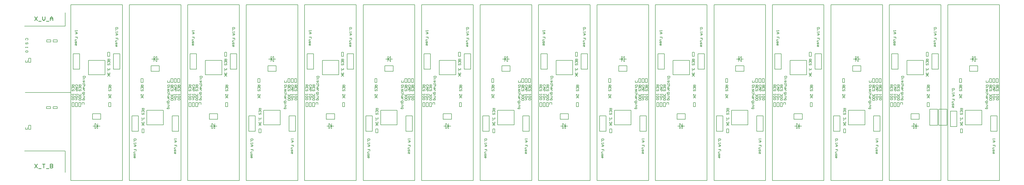
<source format=gto>
G04*
G04 #@! TF.GenerationSoftware,Altium Limited,Altium Designer,19.0.10 (269)*
G04*
G04 Layer_Color=65535*
%FSLAX25Y25*%
%MOIN*%
G70*
G01*
G75*
%ADD10C,0.00591*%
%ADD11C,0.00600*%
%ADD12C,0.01000*%
D10*
X48819Y223228D02*
Y229528D01*
X45669Y223228D02*
X48819D01*
X45669D02*
Y229528D01*
X48819D01*
X1533858Y191732D02*
Y198031D01*
X1537008D01*
Y191732D02*
Y198031D01*
X1533858Y191732D02*
X1537008D01*
X1394094Y154331D02*
Y160630D01*
X1390945Y154331D02*
X1394094D01*
X1390945D02*
Y160630D01*
X1394094D01*
X1352756Y191732D02*
Y198031D01*
X1355906D01*
Y191732D02*
Y198031D01*
X1352756Y191732D02*
X1355906D01*
X1212992Y154331D02*
Y160630D01*
X1209842Y154331D02*
X1212992D01*
X1209842D02*
Y160630D01*
X1212992D01*
X1171653Y191732D02*
Y198031D01*
X1174803D01*
Y191732D02*
Y198031D01*
X1171653Y191732D02*
X1174803D01*
X1031890Y154331D02*
Y160630D01*
X1028740Y154331D02*
X1031890D01*
X1028740D02*
Y160630D01*
X1031890D01*
X990551Y191732D02*
Y198031D01*
X993701D01*
Y191732D02*
Y198031D01*
X990551Y191732D02*
X993701D01*
X850787Y154331D02*
Y160630D01*
X847638Y154331D02*
X850787D01*
X847638D02*
Y160630D01*
X850787D01*
X809449Y191732D02*
Y198031D01*
X812598D01*
Y191732D02*
Y198031D01*
X809449Y191732D02*
X812598D01*
X669685Y154331D02*
Y160630D01*
X666535Y154331D02*
X669685D01*
X666535D02*
Y160630D01*
X669685D01*
X628346Y191732D02*
Y198031D01*
X631496D01*
Y191732D02*
Y198031D01*
X628346Y191732D02*
X631496D01*
X488583Y154331D02*
Y160630D01*
X485433Y154331D02*
X488583D01*
X485433D02*
Y160630D01*
X488583D01*
X447244Y191732D02*
Y198031D01*
X450394D01*
Y191732D02*
Y198031D01*
X447244Y191732D02*
X450394D01*
X307480Y154331D02*
Y160630D01*
X304331Y154331D02*
X307480D01*
X304331D02*
Y160630D01*
X307480D01*
X266142Y191732D02*
Y198031D01*
X269291D01*
Y191732D02*
Y198031D01*
X266142Y191732D02*
X269291D01*
X126378Y154331D02*
Y160630D01*
X123228Y154331D02*
X126378D01*
X123228D02*
Y160630D01*
X126378D01*
X83661Y255020D02*
X89961D01*
X83661D02*
Y258169D01*
X89961D01*
Y255020D02*
Y258169D01*
X48819Y118898D02*
Y125197D01*
X45669Y118898D02*
X48819D01*
X45669D02*
Y125197D01*
X48819D01*
X1490551Y191732D02*
Y198031D01*
X1487402Y191732D02*
X1490551D01*
X1487402D02*
Y198031D01*
X1490551D01*
X1437402Y154331D02*
Y160630D01*
X1440551D01*
Y154331D02*
Y160630D01*
X1437402Y154331D02*
X1440551D01*
X1309449Y191732D02*
Y198031D01*
X1306299Y191732D02*
X1309449D01*
X1306299D02*
Y198031D01*
X1309449D01*
X1256299Y154331D02*
Y160630D01*
X1259449D01*
Y154331D02*
Y160630D01*
X1256299Y154331D02*
X1259449D01*
X1128347Y191732D02*
Y198031D01*
X1125197Y191732D02*
X1128347D01*
X1125197D02*
Y198031D01*
X1128347D01*
X1075197Y154331D02*
Y160630D01*
X1078347D01*
Y154331D02*
Y160630D01*
X1075197Y154331D02*
X1078347D01*
X947244Y191732D02*
Y198031D01*
X944094Y191732D02*
X947244D01*
X944094D02*
Y198031D01*
X947244D01*
X894094Y154331D02*
Y160630D01*
X897244D01*
Y154331D02*
Y160630D01*
X894094Y154331D02*
X897244D01*
X766142Y191732D02*
Y198031D01*
X762992Y191732D02*
X766142D01*
X762992D02*
Y198031D01*
X766142D01*
X712992Y154331D02*
Y160630D01*
X716142D01*
Y154331D02*
Y160630D01*
X712992Y154331D02*
X716142D01*
X585039Y191732D02*
Y198031D01*
X581890Y191732D02*
X585039D01*
X581890D02*
Y198031D01*
X585039D01*
X531890Y154331D02*
Y160630D01*
X535039D01*
Y154331D02*
Y160630D01*
X531890Y154331D02*
X535039D01*
X403937Y191732D02*
Y198031D01*
X400787Y191732D02*
X403937D01*
X400787D02*
Y198031D01*
X403937D01*
X350787Y154331D02*
Y160630D01*
X353937D01*
Y154331D02*
Y160630D01*
X350787Y154331D02*
X353937D01*
X222835Y191732D02*
Y198031D01*
X219685Y191732D02*
X222835D01*
X219685D02*
Y198031D01*
X222835D01*
X169685Y154331D02*
Y160630D01*
X172835D01*
Y154331D02*
Y160630D01*
X169685Y154331D02*
X172835D01*
X83661Y151083D02*
X89961D01*
X83661D02*
Y154232D01*
X89961D01*
Y151083D02*
Y154232D01*
X1453642Y125295D02*
Y150098D01*
X1441240Y125295D02*
X1453642D01*
X1441240D02*
Y150098D01*
X1453642D01*
X1455413Y125295D02*
Y150098D01*
X1467815D01*
Y125295D02*
Y150098D01*
X1455413Y125295D02*
X1467815D01*
X1547244Y191732D02*
Y198031D01*
X1544094Y191732D02*
X1547244D01*
X1544094D02*
Y198031D01*
X1547244D01*
X1380709Y154331D02*
Y160630D01*
X1383858D01*
Y154331D02*
Y160630D01*
X1380709Y154331D02*
X1383858D01*
X1366142Y191732D02*
Y198031D01*
X1362992Y191732D02*
X1366142D01*
X1362992D02*
Y198031D01*
X1366142D01*
X1199606Y154331D02*
Y160630D01*
X1202756D01*
Y154331D02*
Y160630D01*
X1199606Y154331D02*
X1202756D01*
X1185039Y191732D02*
Y198031D01*
X1181890Y191732D02*
X1185039D01*
X1181890D02*
Y198031D01*
X1185039D01*
X1018504Y154331D02*
Y160630D01*
X1021653D01*
Y154331D02*
Y160630D01*
X1018504Y154331D02*
X1021653D01*
X1003937Y191732D02*
Y198031D01*
X1000787Y191732D02*
X1003937D01*
X1000787D02*
Y198031D01*
X1003937D01*
X837402Y154331D02*
Y160630D01*
X840551D01*
Y154331D02*
Y160630D01*
X837402Y154331D02*
X840551D01*
X822835Y191732D02*
Y198031D01*
X819685Y191732D02*
X822835D01*
X819685D02*
Y198031D01*
X822835D01*
X656299Y154331D02*
Y160630D01*
X659449D01*
Y154331D02*
Y160630D01*
X656299Y154331D02*
X659449D01*
X641732Y191732D02*
Y198031D01*
X638583Y191732D02*
X641732D01*
X638583D02*
Y198031D01*
X641732D01*
X475197Y154331D02*
Y160630D01*
X478346D01*
Y154331D02*
Y160630D01*
X475197Y154331D02*
X478346D01*
X460630Y191732D02*
Y198031D01*
X457480Y191732D02*
X460630D01*
X457480D02*
Y198031D01*
X460630D01*
X294094Y154331D02*
Y160630D01*
X297244D01*
Y154331D02*
Y160630D01*
X294094Y154331D02*
X297244D01*
X279528Y191732D02*
Y198031D01*
X276378Y191732D02*
X279528D01*
X276378D02*
Y198031D01*
X279528D01*
X112992Y154331D02*
Y160630D01*
X116142D01*
Y154331D02*
Y160630D01*
X112992Y154331D02*
X116142D01*
X1488976Y113386D02*
Y119685D01*
X1492126D01*
Y113386D02*
Y119685D01*
X1488976Y113386D02*
X1492126D01*
X1438976Y232677D02*
Y238976D01*
X1435827Y232677D02*
X1438976D01*
X1435827D02*
Y238976D01*
X1438976D01*
X1307874Y113386D02*
Y119685D01*
X1311024D01*
Y113386D02*
Y119685D01*
X1307874Y113386D02*
X1311024D01*
X1257874Y232677D02*
Y238976D01*
X1254724Y232677D02*
X1257874D01*
X1254724D02*
Y238976D01*
X1257874D01*
X1126772Y113386D02*
Y119685D01*
X1129921D01*
Y113386D02*
Y119685D01*
X1126772Y113386D02*
X1129921D01*
X1076772Y232677D02*
Y238976D01*
X1073622Y232677D02*
X1076772D01*
X1073622D02*
Y238976D01*
X1076772D01*
X945669Y113386D02*
Y119685D01*
X948819D01*
Y113386D02*
Y119685D01*
X945669Y113386D02*
X948819D01*
X895669Y232677D02*
Y238976D01*
X892520Y232677D02*
X895669D01*
X892520D02*
Y238976D01*
X895669D01*
X764567Y113386D02*
Y119685D01*
X767717D01*
Y113386D02*
Y119685D01*
X764567Y113386D02*
X767717D01*
X714567Y232677D02*
Y238976D01*
X711417Y232677D02*
X714567D01*
X711417D02*
Y238976D01*
X714567D01*
X583465Y113386D02*
Y119685D01*
X586614D01*
Y113386D02*
Y119685D01*
X583465Y113386D02*
X586614D01*
X533465Y232677D02*
Y238976D01*
X530315Y232677D02*
X533465D01*
X530315D02*
Y238976D01*
X533465D01*
X402362Y113386D02*
Y119685D01*
X405512D01*
Y113386D02*
Y119685D01*
X402362Y113386D02*
X405512D01*
X352362Y232677D02*
Y238976D01*
X349213Y232677D02*
X352362D01*
X349213D02*
Y238976D01*
X352362D01*
X221260Y113386D02*
Y119685D01*
X224409D01*
Y113386D02*
Y119685D01*
X221260Y113386D02*
X224409D01*
X171260Y232677D02*
Y238976D01*
X168110Y232677D02*
X171260D01*
X168110D02*
Y238976D01*
X171260D01*
X1496374Y148460D02*
X1521964D01*
Y126019D02*
Y148460D01*
X1496374Y126019D02*
X1521964D01*
X1496374D02*
Y148460D01*
X1405988Y203902D02*
X1431579D01*
X1405988D02*
Y226343D01*
X1431579D01*
Y203902D02*
Y226343D01*
X1315271Y148460D02*
X1340862D01*
Y126019D02*
Y148460D01*
X1315271Y126019D02*
X1340862D01*
X1315271D02*
Y148460D01*
X1224886Y203902D02*
X1250477D01*
X1224886D02*
Y226343D01*
X1250477D01*
Y203902D02*
Y226343D01*
X1134169Y148460D02*
X1159760D01*
Y126019D02*
Y148460D01*
X1134169Y126019D02*
X1159760D01*
X1134169D02*
Y148460D01*
X1043784Y203902D02*
X1069374D01*
X1043784D02*
Y226343D01*
X1069374D01*
Y203902D02*
Y226343D01*
X953067Y148460D02*
X978657D01*
Y126019D02*
Y148460D01*
X953067Y126019D02*
X978657D01*
X953067D02*
Y148460D01*
X862681Y203902D02*
X888272D01*
X862681D02*
Y226343D01*
X888272D01*
Y203902D02*
Y226343D01*
X771964Y148460D02*
X797555D01*
Y126019D02*
Y148460D01*
X771964Y126019D02*
X797555D01*
X771964D02*
Y148460D01*
X681579Y203902D02*
X707169D01*
X681579D02*
Y226343D01*
X707169D01*
Y203902D02*
Y226343D01*
X590862Y148460D02*
X616453D01*
Y126019D02*
Y148460D01*
X590862Y126019D02*
X616453D01*
X590862D02*
Y148460D01*
X500477Y203902D02*
X526067D01*
X500477D02*
Y226343D01*
X526067D01*
Y203902D02*
Y226343D01*
X409760Y148460D02*
X435350D01*
Y126019D02*
Y148460D01*
X409760Y126019D02*
X435350D01*
X409760D02*
Y148460D01*
X319374Y203902D02*
X344965D01*
X319374D02*
Y226343D01*
X344965D01*
Y203902D02*
Y226343D01*
X228657Y148460D02*
X254248D01*
Y126019D02*
Y148460D01*
X228657Y126019D02*
X254248D01*
X228657D02*
Y148460D01*
X138272Y203902D02*
X163862D01*
X138272D02*
Y226343D01*
X163862D01*
Y203902D02*
Y226343D01*
X40945Y223228D02*
Y226377D01*
Y223228D02*
X44094D01*
Y226378D01*
X1528740Y191732D02*
Y194881D01*
Y191732D02*
X1531890D01*
Y194882D01*
X1399213Y157481D02*
Y160630D01*
X1396063D02*
X1399213D01*
X1396063Y157480D02*
Y160630D01*
X1347638Y191732D02*
Y194881D01*
Y191732D02*
X1350787D01*
Y194882D01*
X1218110Y157481D02*
Y160630D01*
X1214961D02*
X1218110D01*
X1214961Y157480D02*
Y160630D01*
X1166535Y191732D02*
Y194881D01*
Y191732D02*
X1169685D01*
Y194882D01*
X1037008Y157481D02*
Y160630D01*
X1033858D02*
X1037008D01*
X1033858Y157480D02*
Y160630D01*
X985433Y191732D02*
Y194881D01*
Y191732D02*
X988583D01*
Y194882D01*
X855906Y157481D02*
Y160630D01*
X852756D02*
X855906D01*
X852756Y157480D02*
Y160630D01*
X804331Y191732D02*
Y194881D01*
Y191732D02*
X807480D01*
Y194882D01*
X674803Y157481D02*
Y160630D01*
X671654D02*
X674803D01*
X671654Y157480D02*
Y160630D01*
X623228Y191732D02*
Y194881D01*
Y191732D02*
X626378D01*
Y194882D01*
X493701Y157481D02*
Y160630D01*
X490551D02*
X493701D01*
X490551Y157480D02*
Y160630D01*
X442126Y191732D02*
Y194881D01*
Y191732D02*
X445276D01*
Y194882D01*
X312598Y157481D02*
Y160630D01*
X309449D02*
X312598D01*
X309449Y157480D02*
Y160630D01*
X261024Y191732D02*
Y194881D01*
Y191732D02*
X264173D01*
Y194882D01*
X131496Y157481D02*
Y160630D01*
X128347D02*
X131496D01*
X128347Y157480D02*
Y160630D01*
X40945Y118898D02*
Y122047D01*
Y118898D02*
X44094D01*
Y122047D01*
X1535551Y115945D02*
X1545551D01*
Y139961D01*
X1535551D02*
X1545551D01*
X1535551Y115945D02*
Y139961D01*
X1382402Y236417D02*
X1392402D01*
X1382402Y212402D02*
Y236417D01*
Y212402D02*
X1392402D01*
Y236417D01*
X1354449Y115945D02*
X1364449D01*
Y139961D01*
X1354449D02*
X1364449D01*
X1354449Y115945D02*
Y139961D01*
X1201299Y236417D02*
X1211299D01*
X1201299Y212402D02*
Y236417D01*
Y212402D02*
X1211299D01*
Y236417D01*
X1173347Y115945D02*
X1183346D01*
Y139961D01*
X1173347D02*
X1183346D01*
X1173347Y115945D02*
Y139961D01*
X1020197Y236417D02*
X1030197D01*
X1020197Y212402D02*
Y236417D01*
Y212402D02*
X1030197D01*
Y236417D01*
X992244Y115945D02*
X1002244D01*
Y139961D01*
X992244D02*
X1002244D01*
X992244Y115945D02*
Y139961D01*
X839095Y236417D02*
X849094D01*
X839095Y212402D02*
Y236417D01*
Y212402D02*
X849094D01*
Y236417D01*
X811142Y115945D02*
X821142D01*
Y139961D01*
X811142D02*
X821142D01*
X811142Y115945D02*
Y139961D01*
X657992Y236417D02*
X667992D01*
X657992Y212402D02*
Y236417D01*
Y212402D02*
X667992D01*
Y236417D01*
X630039Y115945D02*
X640039D01*
Y139961D01*
X630039D02*
X640039D01*
X630039Y115945D02*
Y139961D01*
X476890Y236417D02*
X486890D01*
X476890Y212402D02*
Y236417D01*
Y212402D02*
X486890D01*
Y236417D01*
X448937Y115945D02*
X458937D01*
Y139961D01*
X448937D02*
X458937D01*
X448937Y115945D02*
Y139961D01*
X295787Y236417D02*
X305787D01*
X295787Y212402D02*
Y236417D01*
Y212402D02*
X305787D01*
Y236417D01*
X267835Y115945D02*
X277835D01*
Y139961D01*
X267835D02*
X277835D01*
X267835Y115945D02*
Y139961D01*
X114685Y236417D02*
X124685D01*
X114685Y212402D02*
Y236417D01*
Y212402D02*
X124685D01*
Y236417D01*
X1473347Y147244D02*
X1483346D01*
X1473347Y123228D02*
Y147244D01*
Y123228D02*
X1483346D01*
Y147244D01*
X1444606Y212402D02*
X1454606D01*
Y236417D01*
X1444606D02*
X1454606D01*
X1444606Y212402D02*
Y236417D01*
X1292244Y139961D02*
X1302244D01*
X1292244Y115945D02*
Y139961D01*
Y115945D02*
X1302244D01*
Y139961D01*
X1263504Y212402D02*
X1273504D01*
Y236417D01*
X1263504D02*
X1273504D01*
X1263504Y212402D02*
Y236417D01*
X1111142Y139961D02*
X1121142D01*
X1111142Y115945D02*
Y139961D01*
Y115945D02*
X1121142D01*
Y139961D01*
X1082402Y212402D02*
X1092402D01*
Y236417D01*
X1082402D02*
X1092402D01*
X1082402Y212402D02*
Y236417D01*
X930039Y139961D02*
X940039D01*
X930039Y115945D02*
Y139961D01*
Y115945D02*
X940039D01*
Y139961D01*
X901299Y212402D02*
X911299D01*
Y236417D01*
X901299D02*
X911299D01*
X901299Y212402D02*
Y236417D01*
X748937Y139961D02*
X758937D01*
X748937Y115945D02*
Y139961D01*
Y115945D02*
X758937D01*
Y139961D01*
X720197Y212402D02*
X730197D01*
Y236417D01*
X720197D02*
X730197D01*
X720197Y212402D02*
Y236417D01*
X567835Y139961D02*
X577835D01*
X567835Y115945D02*
Y139961D01*
Y115945D02*
X577835D01*
Y139961D01*
X539094Y212402D02*
X549094D01*
Y236417D01*
X539094D02*
X549094D01*
X539094Y212402D02*
Y236417D01*
X386732Y139961D02*
X396732D01*
X386732Y115945D02*
Y139961D01*
Y115945D02*
X396732D01*
Y139961D01*
X357992Y212402D02*
X367992D01*
Y236417D01*
X357992D02*
X367992D01*
X357992Y212402D02*
Y236417D01*
X205630Y139961D02*
X215630D01*
X205630Y115945D02*
Y139961D01*
Y115945D02*
X215630D01*
Y139961D01*
X176890Y212402D02*
X186890D01*
Y236417D01*
X176890D02*
X186890D01*
X176890Y212402D02*
Y236417D01*
X1507431Y232283D02*
X1508957D01*
X1507431Y224409D02*
Y232283D01*
Y224409D02*
Y228346D01*
X1511909D01*
Y232283D01*
X1511368D02*
X1511909D01*
X1507431Y228346D02*
X1511368Y232283D01*
X1507431Y228346D02*
X1511368Y224409D01*
X1511909D01*
Y228346D01*
X1504035D02*
X1514862D01*
X1549311Y39370D02*
Y312992D01*
X1469390Y39370D02*
X1549311D01*
X1469390D02*
Y312992D01*
X1549311D01*
X1502953Y209252D02*
X1515748D01*
X1502953D02*
Y217913D01*
X1515748D01*
Y209252D02*
Y217913D01*
X1418996Y120079D02*
X1420522D01*
Y127953D01*
Y124016D02*
Y127953D01*
X1416043Y124016D02*
X1420522D01*
X1416043Y120079D02*
Y124016D01*
Y120079D02*
X1416585D01*
X1420522Y124016D01*
X1416585Y127953D02*
X1420522Y124016D01*
X1416043Y127953D02*
X1416585D01*
X1416043Y124016D02*
Y127953D01*
X1413091Y124016D02*
X1423917D01*
X1378642Y39370D02*
Y312992D01*
X1458563D01*
Y39370D02*
Y312992D01*
X1378642Y39370D02*
X1458563D01*
X1412205Y143110D02*
X1425000D01*
Y134449D02*
Y143110D01*
X1412205Y134449D02*
X1425000D01*
X1412205D02*
Y143110D01*
X1326329Y232283D02*
X1327854D01*
X1326329Y224409D02*
Y232283D01*
Y224409D02*
Y228346D01*
X1330807D01*
Y232283D01*
X1330266D02*
X1330807D01*
X1326329Y228346D02*
X1330266Y232283D01*
X1326329Y228346D02*
X1330266Y224409D01*
X1330807D01*
Y228346D01*
X1322933D02*
X1333760D01*
X1368209Y39370D02*
Y312992D01*
X1288287Y39370D02*
X1368209D01*
X1288287D02*
Y312992D01*
X1368209D01*
X1321850Y209252D02*
X1334646D01*
X1321850D02*
Y217913D01*
X1334646D01*
Y209252D02*
Y217913D01*
X1237894Y120079D02*
X1239419D01*
Y127953D01*
Y124016D02*
Y127953D01*
X1234941Y124016D02*
X1239419D01*
X1234941Y120079D02*
Y124016D01*
Y120079D02*
X1235482D01*
X1239419Y124016D01*
X1235482Y127953D02*
X1239419Y124016D01*
X1234941Y127953D02*
X1235482D01*
X1234941Y124016D02*
Y127953D01*
X1231988Y124016D02*
X1242815D01*
X1197539Y39370D02*
Y312992D01*
X1277461D01*
Y39370D02*
Y312992D01*
X1197539Y39370D02*
X1277461D01*
X1231102Y143110D02*
X1243898D01*
Y134449D02*
Y143110D01*
X1231102Y134449D02*
X1243898D01*
X1231102D02*
Y143110D01*
X1145226Y232283D02*
X1146752D01*
X1145226Y224409D02*
Y232283D01*
Y224409D02*
Y228346D01*
X1149705D01*
Y232283D01*
X1149163D02*
X1149705D01*
X1145226Y228346D02*
X1149163Y232283D01*
X1145226Y228346D02*
X1149163Y224409D01*
X1149705D01*
Y228346D01*
X1141831D02*
X1152658D01*
X1187106Y39370D02*
Y312992D01*
X1107185Y39370D02*
X1187106D01*
X1107185D02*
Y312992D01*
X1187106D01*
X1140748Y209252D02*
X1153543D01*
X1140748D02*
Y217913D01*
X1153543D01*
Y209252D02*
Y217913D01*
X1056791Y120079D02*
X1058317D01*
Y127953D01*
Y124016D02*
Y127953D01*
X1053839Y124016D02*
X1058317D01*
X1053839Y120079D02*
Y124016D01*
Y120079D02*
X1054380D01*
X1058317Y124016D01*
X1054380Y127953D02*
X1058317Y124016D01*
X1053839Y127953D02*
X1054380D01*
X1053839Y124016D02*
Y127953D01*
X1050886Y124016D02*
X1061713D01*
X1016437Y39370D02*
Y312992D01*
X1096358D01*
Y39370D02*
Y312992D01*
X1016437Y39370D02*
X1096358D01*
X1050000Y143110D02*
X1062795D01*
Y134449D02*
Y143110D01*
X1050000Y134449D02*
X1062795D01*
X1050000D02*
Y143110D01*
X964124Y232283D02*
X965650D01*
X964124Y224409D02*
Y232283D01*
Y224409D02*
Y228346D01*
X968602D01*
Y232283D01*
X968061D02*
X968602D01*
X964124Y228346D02*
X968061Y232283D01*
X964124Y228346D02*
X968061Y224409D01*
X968602D01*
Y228346D01*
X960728D02*
X971555D01*
X1006004Y39370D02*
Y312992D01*
X926083Y39370D02*
X1006004D01*
X926083D02*
Y312992D01*
X1006004D01*
X959646Y209252D02*
X972441D01*
X959646D02*
Y217913D01*
X972441D01*
Y209252D02*
Y217913D01*
X875689Y120079D02*
X877215D01*
Y127953D01*
Y124016D02*
Y127953D01*
X872736Y124016D02*
X877215D01*
X872736Y120079D02*
Y124016D01*
Y120079D02*
X873278D01*
X877215Y124016D01*
X873278Y127953D02*
X877215Y124016D01*
X872736Y127953D02*
X873278D01*
X872736Y124016D02*
Y127953D01*
X869783Y124016D02*
X880610D01*
X835335Y39370D02*
Y312992D01*
X915256D01*
Y39370D02*
Y312992D01*
X835335Y39370D02*
X915256D01*
X868898Y143110D02*
X881693D01*
Y134449D02*
Y143110D01*
X868898Y134449D02*
X881693D01*
X868898D02*
Y143110D01*
X783022Y232283D02*
X784547D01*
X783022Y224409D02*
Y232283D01*
Y224409D02*
Y228346D01*
X787500D01*
Y232283D01*
X786959D02*
X787500D01*
X783022Y228346D02*
X786959Y232283D01*
X783022Y228346D02*
X786959Y224409D01*
X787500D01*
Y228346D01*
X779626D02*
X790453D01*
X824902Y39370D02*
Y312992D01*
X744980Y39370D02*
X824902D01*
X744980D02*
Y312992D01*
X824902D01*
X778543Y209252D02*
X791339D01*
X778543D02*
Y217913D01*
X791339D01*
Y209252D02*
Y217913D01*
X694587Y120079D02*
X696112D01*
Y127953D01*
Y124016D02*
Y127953D01*
X691634Y124016D02*
X696112D01*
X691634Y120079D02*
Y124016D01*
Y120079D02*
X692175D01*
X696112Y124016D01*
X692175Y127953D02*
X696112Y124016D01*
X691634Y127953D02*
X692175D01*
X691634Y124016D02*
Y127953D01*
X688681Y124016D02*
X699508D01*
X654232Y39370D02*
Y312992D01*
X734154D01*
Y39370D02*
Y312992D01*
X654232Y39370D02*
X734154D01*
X687795Y143110D02*
X700591D01*
Y134449D02*
Y143110D01*
X687795Y134449D02*
X700591D01*
X687795D02*
Y143110D01*
X601919Y232283D02*
X603445D01*
X601919Y224409D02*
Y232283D01*
Y224409D02*
Y228346D01*
X606398D01*
Y232283D01*
X605856D02*
X606398D01*
X601919Y228346D02*
X605856Y232283D01*
X601919Y228346D02*
X605856Y224409D01*
X606398D01*
Y228346D01*
X598524D02*
X609350D01*
X643799Y39370D02*
Y312992D01*
X563878Y39370D02*
X643799D01*
X563878D02*
Y312992D01*
X643799D01*
X597441Y209252D02*
X610236D01*
X597441D02*
Y217913D01*
X610236D01*
Y209252D02*
Y217913D01*
X513484Y120079D02*
X515010D01*
Y127953D01*
Y124016D02*
Y127953D01*
X510532Y124016D02*
X515010D01*
X510532Y120079D02*
Y124016D01*
Y120079D02*
X511073D01*
X515010Y124016D01*
X511073Y127953D02*
X515010Y124016D01*
X510532Y127953D02*
X511073D01*
X510532Y124016D02*
Y127953D01*
X507579Y124016D02*
X518405D01*
X473130Y39370D02*
Y312992D01*
X553051D01*
Y39370D02*
Y312992D01*
X473130Y39370D02*
X553051D01*
X506693Y143110D02*
X519488D01*
Y134449D02*
Y143110D01*
X506693Y134449D02*
X519488D01*
X506693D02*
Y143110D01*
X420817Y232283D02*
X422342D01*
X420817Y224409D02*
Y232283D01*
Y224409D02*
Y228346D01*
X425295D01*
Y232283D01*
X424754D02*
X425295D01*
X420817Y228346D02*
X424754Y232283D01*
X420817Y228346D02*
X424754Y224409D01*
X425295D01*
Y228346D01*
X417421D02*
X428248D01*
X462697Y39370D02*
Y312992D01*
X382776Y39370D02*
X462697D01*
X382776D02*
Y312992D01*
X462697D01*
X416339Y209252D02*
X429134D01*
X416339D02*
Y217913D01*
X429134D01*
Y209252D02*
Y217913D01*
X332382Y120079D02*
X333908D01*
Y127953D01*
Y124016D02*
Y127953D01*
X329429Y124016D02*
X333908D01*
X329429Y120079D02*
Y124016D01*
Y120079D02*
X329971D01*
X333908Y124016D01*
X329971Y127953D02*
X333908Y124016D01*
X329429Y127953D02*
X329971D01*
X329429Y124016D02*
Y127953D01*
X326476Y124016D02*
X337303D01*
X292028Y39370D02*
Y312992D01*
X371949D01*
Y39370D02*
Y312992D01*
X292028Y39370D02*
X371949D01*
X325590Y143110D02*
X338386D01*
Y134449D02*
Y143110D01*
X325590Y134449D02*
X338386D01*
X325590D02*
Y143110D01*
X239715Y232283D02*
X241240D01*
X239715Y224409D02*
Y232283D01*
Y224409D02*
Y228346D01*
X244193D01*
Y232283D01*
X243652D02*
X244193D01*
X239715Y228346D02*
X243652Y232283D01*
X239715Y228346D02*
X243652Y224409D01*
X244193D01*
Y228346D01*
X236319D02*
X247146D01*
X281594Y39370D02*
Y312992D01*
X201673Y39370D02*
X281594D01*
X201673D02*
Y312992D01*
X281594D01*
X235236Y209252D02*
X248031D01*
X235236D02*
Y217913D01*
X248031D01*
Y209252D02*
Y217913D01*
X151279Y120079D02*
X152805D01*
Y127953D01*
Y124016D02*
Y127953D01*
X148327Y124016D02*
X152805D01*
X148327Y120079D02*
Y124016D01*
Y120079D02*
X148868D01*
X152805Y124016D01*
X148868Y127953D02*
X152805Y124016D01*
X148327Y127953D02*
X148868D01*
X148327Y124016D02*
Y127953D01*
X145374Y124016D02*
X156201D01*
X110925Y39370D02*
Y312992D01*
X190847D01*
Y39370D02*
Y312992D01*
X110925Y39370D02*
X190847D01*
X144488Y143110D02*
X157283D01*
Y134449D02*
Y143110D01*
X144488Y134449D02*
X157283D01*
X144488D02*
Y143110D01*
X1542126Y191732D02*
Y198031D01*
X1538976Y191732D02*
X1542126D01*
X1538976D02*
Y198031D01*
X1542126D01*
X1385827Y154331D02*
Y160630D01*
X1388976D01*
Y154331D02*
Y160630D01*
X1385827Y154331D02*
X1388976D01*
X1361024Y191732D02*
Y198031D01*
X1357874Y191732D02*
X1361024D01*
X1357874D02*
Y198031D01*
X1361024D01*
X1204724Y154331D02*
Y160630D01*
X1207874D01*
Y154331D02*
Y160630D01*
X1204724Y154331D02*
X1207874D01*
X1179921Y191732D02*
Y198031D01*
X1176772Y191732D02*
X1179921D01*
X1176772D02*
Y198031D01*
X1179921D01*
X1023622Y154331D02*
Y160630D01*
X1026772D01*
Y154331D02*
Y160630D01*
X1023622Y154331D02*
X1026772D01*
X998819Y191732D02*
Y198031D01*
X995669Y191732D02*
X998819D01*
X995669D02*
Y198031D01*
X998819D01*
X842520Y154331D02*
Y160630D01*
X845669D01*
Y154331D02*
Y160630D01*
X842520Y154331D02*
X845669D01*
X817717Y191732D02*
Y198031D01*
X814567Y191732D02*
X817717D01*
X814567D02*
Y198031D01*
X817717D01*
X661417Y154331D02*
Y160630D01*
X664567D01*
Y154331D02*
Y160630D01*
X661417Y154331D02*
X664567D01*
X636614Y191732D02*
Y198031D01*
X633465Y191732D02*
X636614D01*
X633465D02*
Y198031D01*
X636614D01*
X480315Y154331D02*
Y160630D01*
X483465D01*
Y154331D02*
Y160630D01*
X480315Y154331D02*
X483465D01*
X455512Y191732D02*
Y198031D01*
X452362Y191732D02*
X455512D01*
X452362D02*
Y198031D01*
X455512D01*
X299213Y154331D02*
Y160630D01*
X302362D01*
Y154331D02*
Y160630D01*
X299213Y154331D02*
X302362D01*
X274409Y191732D02*
Y198031D01*
X271260Y191732D02*
X274409D01*
X271260D02*
Y198031D01*
X274409D01*
X118110Y154331D02*
Y160630D01*
X121260D01*
Y154331D02*
Y160630D01*
X118110Y154331D02*
X121260D01*
X73622Y258169D02*
X79921D01*
Y255020D02*
Y258169D01*
X73622Y255020D02*
X79921D01*
X73622D02*
Y258169D01*
X73425Y154232D02*
X79724D01*
Y151083D02*
Y154232D01*
X73425Y151083D02*
X79724D01*
X73425D02*
Y154232D01*
X110925Y176181D02*
X110925Y176181D01*
X40157Y176181D02*
X110925D01*
X102362Y279528D02*
Y300492D01*
X39370Y279528D02*
X102362D01*
Y51870D02*
Y85335D01*
X39370D02*
X102362D01*
D11*
X44544Y239539D02*
Y240739D01*
X43944Y241339D01*
X41545D01*
X40945Y240739D01*
Y239539D01*
X41545Y238939D01*
X43944D01*
X44544Y239539D01*
X44445Y247146D02*
Y245946D01*
Y246546D01*
X40846D01*
Y247146D01*
Y245946D01*
X43944Y258034D02*
X44544Y258634D01*
Y259833D01*
X43944Y260433D01*
X41545D01*
X40945Y259833D01*
Y258634D01*
X41545Y258034D01*
X43944Y251636D02*
X44544Y252236D01*
Y253436D01*
X43944Y254035D01*
X43344D01*
X42744Y253436D01*
Y252236D01*
X42145Y251636D01*
X41545D01*
X40945Y252236D01*
Y253436D01*
X41545Y254035D01*
X1533858Y187992D02*
X1537457D01*
Y186192D01*
X1536857Y185593D01*
X1535658D01*
X1535058Y186192D01*
Y187992D01*
Y186792D02*
X1533858Y185593D01*
X1537457Y181994D02*
Y184393D01*
X1533858D01*
Y181994D01*
X1535658Y184393D02*
Y183193D01*
X1536857Y178395D02*
X1537457Y178995D01*
Y180194D01*
X1536857Y180794D01*
X1536257D01*
X1535658Y180194D01*
Y178995D01*
X1535058Y178395D01*
X1534458D01*
X1533858Y178995D01*
Y180194D01*
X1534458Y180794D01*
X1536857Y173596D02*
X1537457Y172997D01*
Y171797D01*
X1536857Y171197D01*
X1536257D01*
X1535658Y171797D01*
Y172397D01*
Y171797D01*
X1535058Y171197D01*
X1534458D01*
X1533858Y171797D01*
Y172997D01*
X1534458Y173596D01*
X1536857Y169998D02*
X1537457Y169398D01*
Y168198D01*
X1536857Y167598D01*
X1534458D01*
X1533858Y168198D01*
Y169398D01*
X1534458Y169998D01*
X1536857D01*
Y166399D02*
X1537457Y165799D01*
Y164599D01*
X1536857Y163999D01*
X1534458D01*
X1533858Y164599D01*
Y165799D01*
X1534458Y166399D01*
X1536857D01*
X1390945Y188189D02*
X1394544D01*
Y186390D01*
X1393944Y185790D01*
X1392744D01*
X1392144Y186390D01*
Y188189D01*
Y186989D02*
X1390945Y185790D01*
X1394544Y182191D02*
Y184590D01*
X1390945D01*
Y182191D01*
X1392744Y184590D02*
Y183390D01*
X1393944Y178592D02*
X1394544Y179192D01*
Y180392D01*
X1393944Y180991D01*
X1393344D01*
X1392744Y180392D01*
Y179192D01*
X1392144Y178592D01*
X1391545D01*
X1390945Y179192D01*
Y180392D01*
X1391545Y180991D01*
X1393944Y173794D02*
X1394544Y173194D01*
Y171994D01*
X1393944Y171394D01*
X1393344D01*
X1392744Y171994D01*
Y172594D01*
Y171994D01*
X1392144Y171394D01*
X1391545D01*
X1390945Y171994D01*
Y173194D01*
X1391545Y173794D01*
X1393944Y170195D02*
X1394544Y169595D01*
Y168395D01*
X1393944Y167796D01*
X1391545D01*
X1390945Y168395D01*
Y169595D01*
X1391545Y170195D01*
X1393944D01*
Y166596D02*
X1394544Y165996D01*
Y164796D01*
X1393944Y164197D01*
X1391545D01*
X1390945Y164796D01*
Y165996D01*
X1391545Y166596D01*
X1393944D01*
X1352756Y187992D02*
X1356355D01*
Y186192D01*
X1355755Y185593D01*
X1354555D01*
X1353955Y186192D01*
Y187992D01*
Y186792D02*
X1352756Y185593D01*
X1356355Y181994D02*
Y184393D01*
X1352756D01*
Y181994D01*
X1354555Y184393D02*
Y183193D01*
X1355755Y178395D02*
X1356355Y178995D01*
Y180194D01*
X1355755Y180794D01*
X1355155D01*
X1354555Y180194D01*
Y178995D01*
X1353955Y178395D01*
X1353356D01*
X1352756Y178995D01*
Y180194D01*
X1353356Y180794D01*
X1355755Y173596D02*
X1356355Y172997D01*
Y171797D01*
X1355755Y171197D01*
X1355155D01*
X1354555Y171797D01*
Y172397D01*
Y171797D01*
X1353955Y171197D01*
X1353356D01*
X1352756Y171797D01*
Y172997D01*
X1353356Y173596D01*
X1355755Y169998D02*
X1356355Y169398D01*
Y168198D01*
X1355755Y167598D01*
X1353356D01*
X1352756Y168198D01*
Y169398D01*
X1353356Y169998D01*
X1355755D01*
Y166399D02*
X1356355Y165799D01*
Y164599D01*
X1355755Y163999D01*
X1353356D01*
X1352756Y164599D01*
Y165799D01*
X1353356Y166399D01*
X1355755D01*
X1209842Y188189D02*
X1213441D01*
Y186390D01*
X1212842Y185790D01*
X1211642D01*
X1211042Y186390D01*
Y188189D01*
Y186989D02*
X1209842Y185790D01*
X1213441Y182191D02*
Y184590D01*
X1209842D01*
Y182191D01*
X1211642Y184590D02*
Y183390D01*
X1212842Y178592D02*
X1213441Y179192D01*
Y180392D01*
X1212842Y180991D01*
X1212242D01*
X1211642Y180392D01*
Y179192D01*
X1211042Y178592D01*
X1210442D01*
X1209842Y179192D01*
Y180392D01*
X1210442Y180991D01*
X1212842Y173794D02*
X1213441Y173194D01*
Y171994D01*
X1212842Y171394D01*
X1212242D01*
X1211642Y171994D01*
Y172594D01*
Y171994D01*
X1211042Y171394D01*
X1210442D01*
X1209842Y171994D01*
Y173194D01*
X1210442Y173794D01*
X1212842Y170195D02*
X1213441Y169595D01*
Y168395D01*
X1212842Y167796D01*
X1210442D01*
X1209842Y168395D01*
Y169595D01*
X1210442Y170195D01*
X1212842D01*
Y166596D02*
X1213441Y165996D01*
Y164796D01*
X1212842Y164197D01*
X1210442D01*
X1209842Y164796D01*
Y165996D01*
X1210442Y166596D01*
X1212842D01*
X1171653Y187992D02*
X1175252D01*
Y186192D01*
X1174653Y185593D01*
X1173453D01*
X1172853Y186192D01*
Y187992D01*
Y186792D02*
X1171653Y185593D01*
X1175252Y181994D02*
Y184393D01*
X1171653D01*
Y181994D01*
X1173453Y184393D02*
Y183193D01*
X1174653Y178395D02*
X1175252Y178995D01*
Y180194D01*
X1174653Y180794D01*
X1174053D01*
X1173453Y180194D01*
Y178995D01*
X1172853Y178395D01*
X1172253D01*
X1171653Y178995D01*
Y180194D01*
X1172253Y180794D01*
X1174653Y173596D02*
X1175252Y172997D01*
Y171797D01*
X1174653Y171197D01*
X1174053D01*
X1173453Y171797D01*
Y172397D01*
Y171797D01*
X1172853Y171197D01*
X1172253D01*
X1171653Y171797D01*
Y172997D01*
X1172253Y173596D01*
X1174653Y169998D02*
X1175252Y169398D01*
Y168198D01*
X1174653Y167598D01*
X1172253D01*
X1171653Y168198D01*
Y169398D01*
X1172253Y169998D01*
X1174653D01*
Y166399D02*
X1175252Y165799D01*
Y164599D01*
X1174653Y163999D01*
X1172253D01*
X1171653Y164599D01*
Y165799D01*
X1172253Y166399D01*
X1174653D01*
X1028740Y188189D02*
X1032339D01*
Y186390D01*
X1031739Y185790D01*
X1030540D01*
X1029940Y186390D01*
Y188189D01*
Y186989D02*
X1028740Y185790D01*
X1032339Y182191D02*
Y184590D01*
X1028740D01*
Y182191D01*
X1030540Y184590D02*
Y183390D01*
X1031739Y178592D02*
X1032339Y179192D01*
Y180392D01*
X1031739Y180991D01*
X1031139D01*
X1030540Y180392D01*
Y179192D01*
X1029940Y178592D01*
X1029340D01*
X1028740Y179192D01*
Y180392D01*
X1029340Y180991D01*
X1031739Y173794D02*
X1032339Y173194D01*
Y171994D01*
X1031739Y171394D01*
X1031139D01*
X1030540Y171994D01*
Y172594D01*
Y171994D01*
X1029940Y171394D01*
X1029340D01*
X1028740Y171994D01*
Y173194D01*
X1029340Y173794D01*
X1031739Y170195D02*
X1032339Y169595D01*
Y168395D01*
X1031739Y167796D01*
X1029340D01*
X1028740Y168395D01*
Y169595D01*
X1029340Y170195D01*
X1031739D01*
Y166596D02*
X1032339Y165996D01*
Y164796D01*
X1031739Y164197D01*
X1029340D01*
X1028740Y164796D01*
Y165996D01*
X1029340Y166596D01*
X1031739D01*
X990551Y187992D02*
X994150D01*
Y186192D01*
X993550Y185593D01*
X992351D01*
X991751Y186192D01*
Y187992D01*
Y186792D02*
X990551Y185593D01*
X994150Y181994D02*
Y184393D01*
X990551D01*
Y181994D01*
X992351Y184393D02*
Y183193D01*
X993550Y178395D02*
X994150Y178995D01*
Y180194D01*
X993550Y180794D01*
X992950D01*
X992351Y180194D01*
Y178995D01*
X991751Y178395D01*
X991151D01*
X990551Y178995D01*
Y180194D01*
X991151Y180794D01*
X993550Y173596D02*
X994150Y172997D01*
Y171797D01*
X993550Y171197D01*
X992950D01*
X992351Y171797D01*
Y172397D01*
Y171797D01*
X991751Y171197D01*
X991151D01*
X990551Y171797D01*
Y172997D01*
X991151Y173596D01*
X993550Y169998D02*
X994150Y169398D01*
Y168198D01*
X993550Y167598D01*
X991151D01*
X990551Y168198D01*
Y169398D01*
X991151Y169998D01*
X993550D01*
Y166399D02*
X994150Y165799D01*
Y164599D01*
X993550Y163999D01*
X991151D01*
X990551Y164599D01*
Y165799D01*
X991151Y166399D01*
X993550D01*
X847638Y188189D02*
X851237D01*
Y186390D01*
X850637Y185790D01*
X849437D01*
X848837Y186390D01*
Y188189D01*
Y186989D02*
X847638Y185790D01*
X851237Y182191D02*
Y184590D01*
X847638D01*
Y182191D01*
X849437Y184590D02*
Y183390D01*
X850637Y178592D02*
X851237Y179192D01*
Y180392D01*
X850637Y180991D01*
X850037D01*
X849437Y180392D01*
Y179192D01*
X848837Y178592D01*
X848238D01*
X847638Y179192D01*
Y180392D01*
X848238Y180991D01*
X850637Y173794D02*
X851237Y173194D01*
Y171994D01*
X850637Y171394D01*
X850037D01*
X849437Y171994D01*
Y172594D01*
Y171994D01*
X848837Y171394D01*
X848238D01*
X847638Y171994D01*
Y173194D01*
X848238Y173794D01*
X850637Y170195D02*
X851237Y169595D01*
Y168395D01*
X850637Y167796D01*
X848238D01*
X847638Y168395D01*
Y169595D01*
X848238Y170195D01*
X850637D01*
Y166596D02*
X851237Y165996D01*
Y164796D01*
X850637Y164197D01*
X848238D01*
X847638Y164796D01*
Y165996D01*
X848238Y166596D01*
X850637D01*
X809449Y187992D02*
X813048D01*
Y186192D01*
X812448Y185593D01*
X811248D01*
X810648Y186192D01*
Y187992D01*
Y186792D02*
X809449Y185593D01*
X813048Y181994D02*
Y184393D01*
X809449D01*
Y181994D01*
X811248Y184393D02*
Y183193D01*
X812448Y178395D02*
X813048Y178995D01*
Y180194D01*
X812448Y180794D01*
X811848D01*
X811248Y180194D01*
Y178995D01*
X810648Y178395D01*
X810049D01*
X809449Y178995D01*
Y180194D01*
X810049Y180794D01*
X812448Y173596D02*
X813048Y172997D01*
Y171797D01*
X812448Y171197D01*
X811848D01*
X811248Y171797D01*
Y172397D01*
Y171797D01*
X810648Y171197D01*
X810049D01*
X809449Y171797D01*
Y172997D01*
X810049Y173596D01*
X812448Y169998D02*
X813048Y169398D01*
Y168198D01*
X812448Y167598D01*
X810049D01*
X809449Y168198D01*
Y169398D01*
X810049Y169998D01*
X812448D01*
Y166399D02*
X813048Y165799D01*
Y164599D01*
X812448Y163999D01*
X810049D01*
X809449Y164599D01*
Y165799D01*
X810049Y166399D01*
X812448D01*
X666535Y188189D02*
X670134D01*
Y186390D01*
X669534Y185790D01*
X668335D01*
X667735Y186390D01*
Y188189D01*
Y186989D02*
X666535Y185790D01*
X670134Y182191D02*
Y184590D01*
X666535D01*
Y182191D01*
X668335Y184590D02*
Y183390D01*
X669534Y178592D02*
X670134Y179192D01*
Y180392D01*
X669534Y180991D01*
X668935D01*
X668335Y180392D01*
Y179192D01*
X667735Y178592D01*
X667135D01*
X666535Y179192D01*
Y180392D01*
X667135Y180991D01*
X669534Y173794D02*
X670134Y173194D01*
Y171994D01*
X669534Y171394D01*
X668935D01*
X668335Y171994D01*
Y172594D01*
Y171994D01*
X667735Y171394D01*
X667135D01*
X666535Y171994D01*
Y173194D01*
X667135Y173794D01*
X669534Y170195D02*
X670134Y169595D01*
Y168395D01*
X669534Y167796D01*
X667135D01*
X666535Y168395D01*
Y169595D01*
X667135Y170195D01*
X669534D01*
Y166596D02*
X670134Y165996D01*
Y164796D01*
X669534Y164197D01*
X667135D01*
X666535Y164796D01*
Y165996D01*
X667135Y166596D01*
X669534D01*
X628346Y187992D02*
X631945D01*
Y186192D01*
X631346Y185593D01*
X630146D01*
X629546Y186192D01*
Y187992D01*
Y186792D02*
X628346Y185593D01*
X631945Y181994D02*
Y184393D01*
X628346D01*
Y181994D01*
X630146Y184393D02*
Y183193D01*
X631346Y178395D02*
X631945Y178995D01*
Y180194D01*
X631346Y180794D01*
X630746D01*
X630146Y180194D01*
Y178995D01*
X629546Y178395D01*
X628946D01*
X628346Y178995D01*
Y180194D01*
X628946Y180794D01*
X631346Y173596D02*
X631945Y172997D01*
Y171797D01*
X631346Y171197D01*
X630746D01*
X630146Y171797D01*
Y172397D01*
Y171797D01*
X629546Y171197D01*
X628946D01*
X628346Y171797D01*
Y172997D01*
X628946Y173596D01*
X631346Y169998D02*
X631945Y169398D01*
Y168198D01*
X631346Y167598D01*
X628946D01*
X628346Y168198D01*
Y169398D01*
X628946Y169998D01*
X631346D01*
Y166399D02*
X631945Y165799D01*
Y164599D01*
X631346Y163999D01*
X628946D01*
X628346Y164599D01*
Y165799D01*
X628946Y166399D01*
X631346D01*
X485433Y188189D02*
X489032D01*
Y186390D01*
X488432Y185790D01*
X487232D01*
X486633Y186390D01*
Y188189D01*
Y186989D02*
X485433Y185790D01*
X489032Y182191D02*
Y184590D01*
X485433D01*
Y182191D01*
X487232Y184590D02*
Y183390D01*
X488432Y178592D02*
X489032Y179192D01*
Y180392D01*
X488432Y180991D01*
X487832D01*
X487232Y180392D01*
Y179192D01*
X486633Y178592D01*
X486033D01*
X485433Y179192D01*
Y180392D01*
X486033Y180991D01*
X488432Y173794D02*
X489032Y173194D01*
Y171994D01*
X488432Y171394D01*
X487832D01*
X487232Y171994D01*
Y172594D01*
Y171994D01*
X486633Y171394D01*
X486033D01*
X485433Y171994D01*
Y173194D01*
X486033Y173794D01*
X488432Y170195D02*
X489032Y169595D01*
Y168395D01*
X488432Y167796D01*
X486033D01*
X485433Y168395D01*
Y169595D01*
X486033Y170195D01*
X488432D01*
Y166596D02*
X489032Y165996D01*
Y164796D01*
X488432Y164197D01*
X486033D01*
X485433Y164796D01*
Y165996D01*
X486033Y166596D01*
X488432D01*
X447244Y187992D02*
X450843D01*
Y186192D01*
X450243Y185593D01*
X449044D01*
X448444Y186192D01*
Y187992D01*
Y186792D02*
X447244Y185593D01*
X450843Y181994D02*
Y184393D01*
X447244D01*
Y181994D01*
X449044Y184393D02*
Y183193D01*
X450243Y178395D02*
X450843Y178995D01*
Y180194D01*
X450243Y180794D01*
X449643D01*
X449044Y180194D01*
Y178995D01*
X448444Y178395D01*
X447844D01*
X447244Y178995D01*
Y180194D01*
X447844Y180794D01*
X450243Y173596D02*
X450843Y172997D01*
Y171797D01*
X450243Y171197D01*
X449643D01*
X449044Y171797D01*
Y172397D01*
Y171797D01*
X448444Y171197D01*
X447844D01*
X447244Y171797D01*
Y172997D01*
X447844Y173596D01*
X450243Y169998D02*
X450843Y169398D01*
Y168198D01*
X450243Y167598D01*
X447844D01*
X447244Y168198D01*
Y169398D01*
X447844Y169998D01*
X450243D01*
Y166399D02*
X450843Y165799D01*
Y164599D01*
X450243Y163999D01*
X447844D01*
X447244Y164599D01*
Y165799D01*
X447844Y166399D01*
X450243D01*
X304331Y188189D02*
X307930D01*
Y186390D01*
X307330Y185790D01*
X306130D01*
X305530Y186390D01*
Y188189D01*
Y186989D02*
X304331Y185790D01*
X307930Y182191D02*
Y184590D01*
X304331D01*
Y182191D01*
X306130Y184590D02*
Y183390D01*
X307330Y178592D02*
X307930Y179192D01*
Y180392D01*
X307330Y180991D01*
X306730D01*
X306130Y180392D01*
Y179192D01*
X305530Y178592D01*
X304930D01*
X304331Y179192D01*
Y180392D01*
X304930Y180991D01*
X307330Y173794D02*
X307930Y173194D01*
Y171994D01*
X307330Y171394D01*
X306730D01*
X306130Y171994D01*
Y172594D01*
Y171994D01*
X305530Y171394D01*
X304930D01*
X304331Y171994D01*
Y173194D01*
X304930Y173794D01*
X307330Y170195D02*
X307930Y169595D01*
Y168395D01*
X307330Y167796D01*
X304930D01*
X304331Y168395D01*
Y169595D01*
X304930Y170195D01*
X307330D01*
Y166596D02*
X307930Y165996D01*
Y164796D01*
X307330Y164197D01*
X304930D01*
X304331Y164796D01*
Y165996D01*
X304930Y166596D01*
X307330D01*
X266142Y187992D02*
X269741D01*
Y186192D01*
X269141Y185593D01*
X267941D01*
X267341Y186192D01*
Y187992D01*
Y186792D02*
X266142Y185593D01*
X269741Y181994D02*
Y184393D01*
X266142D01*
Y181994D01*
X267941Y184393D02*
Y183193D01*
X269141Y178395D02*
X269741Y178995D01*
Y180194D01*
X269141Y180794D01*
X268541D01*
X267941Y180194D01*
Y178995D01*
X267341Y178395D01*
X266741D01*
X266142Y178995D01*
Y180194D01*
X266741Y180794D01*
X269141Y173596D02*
X269741Y172997D01*
Y171797D01*
X269141Y171197D01*
X268541D01*
X267941Y171797D01*
Y172397D01*
Y171797D01*
X267341Y171197D01*
X266741D01*
X266142Y171797D01*
Y172997D01*
X266741Y173596D01*
X269141Y169998D02*
X269741Y169398D01*
Y168198D01*
X269141Y167598D01*
X266741D01*
X266142Y168198D01*
Y169398D01*
X266741Y169998D01*
X269141D01*
Y166399D02*
X269741Y165799D01*
Y164599D01*
X269141Y163999D01*
X266741D01*
X266142Y164599D01*
Y165799D01*
X266741Y166399D01*
X269141D01*
X123228Y188189D02*
X126827D01*
Y186390D01*
X126227Y185790D01*
X125028D01*
X124428Y186390D01*
Y188189D01*
Y186989D02*
X123228Y185790D01*
X126827Y182191D02*
Y184590D01*
X123228D01*
Y182191D01*
X125028Y184590D02*
Y183390D01*
X126227Y178592D02*
X126827Y179192D01*
Y180392D01*
X126227Y180991D01*
X125628D01*
X125028Y180392D01*
Y179192D01*
X124428Y178592D01*
X123828D01*
X123228Y179192D01*
Y180392D01*
X123828Y180991D01*
X126227Y173794D02*
X126827Y173194D01*
Y171994D01*
X126227Y171394D01*
X125628D01*
X125028Y171994D01*
Y172594D01*
Y171994D01*
X124428Y171394D01*
X123828D01*
X123228Y171994D01*
Y173194D01*
X123828Y173794D01*
X126227Y170195D02*
X126827Y169595D01*
Y168395D01*
X126227Y167796D01*
X123828D01*
X123228Y168395D01*
Y169595D01*
X123828Y170195D01*
X126227D01*
Y166596D02*
X126827Y165996D01*
Y164796D01*
X126227Y164197D01*
X123828D01*
X123228Y164796D01*
Y165996D01*
X123828Y166596D01*
X126227D01*
X1487402Y187992D02*
X1491000D01*
Y186192D01*
X1490401Y185593D01*
X1489201D01*
X1488601Y186192D01*
Y187992D01*
Y186792D02*
X1487402Y185593D01*
X1491000Y181994D02*
Y184393D01*
X1487402D01*
Y181994D01*
X1489201Y184393D02*
Y183193D01*
X1490401Y178395D02*
X1491000Y178995D01*
Y180194D01*
X1490401Y180794D01*
X1489801D01*
X1489201Y180194D01*
Y178995D01*
X1488601Y178395D01*
X1488001D01*
X1487402Y178995D01*
Y180194D01*
X1488001Y180794D01*
X1487402Y171197D02*
Y173596D01*
X1489801Y171197D01*
X1490401D01*
X1491000Y171797D01*
Y172997D01*
X1490401Y173596D01*
X1491000Y169998D02*
X1487402D01*
X1488601D01*
X1491000Y167598D01*
X1489201Y169398D01*
X1487402Y167598D01*
X1437402Y187992D02*
X1441000D01*
Y186192D01*
X1440401Y185593D01*
X1439201D01*
X1438601Y186192D01*
Y187992D01*
Y186792D02*
X1437402Y185593D01*
X1441000Y181994D02*
Y184393D01*
X1437402D01*
Y181994D01*
X1439201Y184393D02*
Y183193D01*
X1440401Y178395D02*
X1441000Y178995D01*
Y180194D01*
X1440401Y180794D01*
X1439801D01*
X1439201Y180194D01*
Y178995D01*
X1438601Y178395D01*
X1438001D01*
X1437402Y178995D01*
Y180194D01*
X1438001Y180794D01*
X1437402Y171197D02*
Y173596D01*
X1439801Y171197D01*
X1440401D01*
X1441000Y171797D01*
Y172997D01*
X1440401Y173596D01*
X1441000Y169998D02*
X1437402D01*
X1438601D01*
X1441000Y167598D01*
X1439201Y169398D01*
X1437402Y167598D01*
X1306299Y187992D02*
X1309898D01*
Y186192D01*
X1309298Y185593D01*
X1308099D01*
X1307499Y186192D01*
Y187992D01*
Y186792D02*
X1306299Y185593D01*
X1309898Y181994D02*
Y184393D01*
X1306299D01*
Y181994D01*
X1308099Y184393D02*
Y183193D01*
X1309298Y178395D02*
X1309898Y178995D01*
Y180194D01*
X1309298Y180794D01*
X1308698D01*
X1308099Y180194D01*
Y178995D01*
X1307499Y178395D01*
X1306899D01*
X1306299Y178995D01*
Y180194D01*
X1306899Y180794D01*
X1306299Y171197D02*
Y173596D01*
X1308698Y171197D01*
X1309298D01*
X1309898Y171797D01*
Y172997D01*
X1309298Y173596D01*
X1309898Y169998D02*
X1306299D01*
X1307499D01*
X1309898Y167598D01*
X1308099Y169398D01*
X1306299Y167598D01*
X1256299Y187992D02*
X1259898D01*
Y186192D01*
X1259298Y185593D01*
X1258099D01*
X1257499Y186192D01*
Y187992D01*
Y186792D02*
X1256299Y185593D01*
X1259898Y181994D02*
Y184393D01*
X1256299D01*
Y181994D01*
X1258099Y184393D02*
Y183193D01*
X1259298Y178395D02*
X1259898Y178995D01*
Y180194D01*
X1259298Y180794D01*
X1258698D01*
X1258099Y180194D01*
Y178995D01*
X1257499Y178395D01*
X1256899D01*
X1256299Y178995D01*
Y180194D01*
X1256899Y180794D01*
X1256299Y171197D02*
Y173596D01*
X1258698Y171197D01*
X1259298D01*
X1259898Y171797D01*
Y172997D01*
X1259298Y173596D01*
X1259898Y169998D02*
X1256299D01*
X1257499D01*
X1259898Y167598D01*
X1258099Y169398D01*
X1256299Y167598D01*
X1125197Y187992D02*
X1128796D01*
Y186192D01*
X1128196Y185593D01*
X1126996D01*
X1126396Y186192D01*
Y187992D01*
Y186792D02*
X1125197Y185593D01*
X1128796Y181994D02*
Y184393D01*
X1125197D01*
Y181994D01*
X1126996Y184393D02*
Y183193D01*
X1128196Y178395D02*
X1128796Y178995D01*
Y180194D01*
X1128196Y180794D01*
X1127596D01*
X1126996Y180194D01*
Y178995D01*
X1126396Y178395D01*
X1125797D01*
X1125197Y178995D01*
Y180194D01*
X1125797Y180794D01*
X1125197Y171197D02*
Y173596D01*
X1127596Y171197D01*
X1128196D01*
X1128796Y171797D01*
Y172997D01*
X1128196Y173596D01*
X1128796Y169998D02*
X1125197D01*
X1126396D01*
X1128796Y167598D01*
X1126996Y169398D01*
X1125197Y167598D01*
X1075197Y187992D02*
X1078796D01*
Y186192D01*
X1078196Y185593D01*
X1076996D01*
X1076396Y186192D01*
Y187992D01*
Y186792D02*
X1075197Y185593D01*
X1078796Y181994D02*
Y184393D01*
X1075197D01*
Y181994D01*
X1076996Y184393D02*
Y183193D01*
X1078196Y178395D02*
X1078796Y178995D01*
Y180194D01*
X1078196Y180794D01*
X1077596D01*
X1076996Y180194D01*
Y178995D01*
X1076396Y178395D01*
X1075797D01*
X1075197Y178995D01*
Y180194D01*
X1075797Y180794D01*
X1075197Y171197D02*
Y173596D01*
X1077596Y171197D01*
X1078196D01*
X1078796Y171797D01*
Y172997D01*
X1078196Y173596D01*
X1078796Y169998D02*
X1075197D01*
X1076396D01*
X1078796Y167598D01*
X1076996Y169398D01*
X1075197Y167598D01*
X944094Y187992D02*
X947693D01*
Y186192D01*
X947093Y185593D01*
X945894D01*
X945294Y186192D01*
Y187992D01*
Y186792D02*
X944094Y185593D01*
X947693Y181994D02*
Y184393D01*
X944094D01*
Y181994D01*
X945894Y184393D02*
Y183193D01*
X947093Y178395D02*
X947693Y178995D01*
Y180194D01*
X947093Y180794D01*
X946494D01*
X945894Y180194D01*
Y178995D01*
X945294Y178395D01*
X944694D01*
X944094Y178995D01*
Y180194D01*
X944694Y180794D01*
X944094Y171197D02*
Y173596D01*
X946494Y171197D01*
X947093D01*
X947693Y171797D01*
Y172997D01*
X947093Y173596D01*
X947693Y169998D02*
X944094D01*
X945294D01*
X947693Y167598D01*
X945894Y169398D01*
X944094Y167598D01*
X894094Y187992D02*
X897693D01*
Y186192D01*
X897093Y185593D01*
X895894D01*
X895294Y186192D01*
Y187992D01*
Y186792D02*
X894094Y185593D01*
X897693Y181994D02*
Y184393D01*
X894094D01*
Y181994D01*
X895894Y184393D02*
Y183193D01*
X897093Y178395D02*
X897693Y178995D01*
Y180194D01*
X897093Y180794D01*
X896494D01*
X895894Y180194D01*
Y178995D01*
X895294Y178395D01*
X894694D01*
X894094Y178995D01*
Y180194D01*
X894694Y180794D01*
X894094Y171197D02*
Y173596D01*
X896494Y171197D01*
X897093D01*
X897693Y171797D01*
Y172997D01*
X897093Y173596D01*
X897693Y169998D02*
X894094D01*
X895294D01*
X897693Y167598D01*
X895894Y169398D01*
X894094Y167598D01*
X762992Y187992D02*
X766591D01*
Y186192D01*
X765991Y185593D01*
X764791D01*
X764192Y186192D01*
Y187992D01*
Y186792D02*
X762992Y185593D01*
X766591Y181994D02*
Y184393D01*
X762992D01*
Y181994D01*
X764791Y184393D02*
Y183193D01*
X765991Y178395D02*
X766591Y178995D01*
Y180194D01*
X765991Y180794D01*
X765391D01*
X764791Y180194D01*
Y178995D01*
X764192Y178395D01*
X763592D01*
X762992Y178995D01*
Y180194D01*
X763592Y180794D01*
X762992Y171197D02*
Y173596D01*
X765391Y171197D01*
X765991D01*
X766591Y171797D01*
Y172997D01*
X765991Y173596D01*
X766591Y169998D02*
X762992D01*
X764192D01*
X766591Y167598D01*
X764791Y169398D01*
X762992Y167598D01*
X712992Y187992D02*
X716591D01*
Y186192D01*
X715991Y185593D01*
X714792D01*
X714192Y186192D01*
Y187992D01*
Y186792D02*
X712992Y185593D01*
X716591Y181994D02*
Y184393D01*
X712992D01*
Y181994D01*
X714792Y184393D02*
Y183193D01*
X715991Y178395D02*
X716591Y178995D01*
Y180194D01*
X715991Y180794D01*
X715391D01*
X714792Y180194D01*
Y178995D01*
X714192Y178395D01*
X713592D01*
X712992Y178995D01*
Y180194D01*
X713592Y180794D01*
X712992Y171197D02*
Y173596D01*
X715391Y171197D01*
X715991D01*
X716591Y171797D01*
Y172997D01*
X715991Y173596D01*
X716591Y169998D02*
X712992D01*
X714192D01*
X716591Y167598D01*
X714792Y169398D01*
X712992Y167598D01*
X581890Y187992D02*
X585489D01*
Y186192D01*
X584889Y185593D01*
X583689D01*
X583089Y186192D01*
Y187992D01*
Y186792D02*
X581890Y185593D01*
X585489Y181994D02*
Y184393D01*
X581890D01*
Y181994D01*
X583689Y184393D02*
Y183193D01*
X584889Y178395D02*
X585489Y178995D01*
Y180194D01*
X584889Y180794D01*
X584289D01*
X583689Y180194D01*
Y178995D01*
X583089Y178395D01*
X582490D01*
X581890Y178995D01*
Y180194D01*
X582490Y180794D01*
X581890Y171197D02*
Y173596D01*
X584289Y171197D01*
X584889D01*
X585489Y171797D01*
Y172997D01*
X584889Y173596D01*
X585489Y169998D02*
X581890D01*
X583089D01*
X585489Y167598D01*
X583689Y169398D01*
X581890Y167598D01*
X531890Y187992D02*
X535489D01*
Y186192D01*
X534889Y185593D01*
X533689D01*
X533089Y186192D01*
Y187992D01*
Y186792D02*
X531890Y185593D01*
X535489Y181994D02*
Y184393D01*
X531890D01*
Y181994D01*
X533689Y184393D02*
Y183193D01*
X534889Y178395D02*
X535489Y178995D01*
Y180194D01*
X534889Y180794D01*
X534289D01*
X533689Y180194D01*
Y178995D01*
X533089Y178395D01*
X532490D01*
X531890Y178995D01*
Y180194D01*
X532490Y180794D01*
X531890Y171197D02*
Y173596D01*
X534289Y171197D01*
X534889D01*
X535489Y171797D01*
Y172997D01*
X534889Y173596D01*
X535489Y169998D02*
X531890D01*
X533089D01*
X535489Y167598D01*
X533689Y169398D01*
X531890Y167598D01*
X400787Y187992D02*
X404386D01*
Y186192D01*
X403786Y185593D01*
X402587D01*
X401987Y186192D01*
Y187992D01*
Y186792D02*
X400787Y185593D01*
X404386Y181994D02*
Y184393D01*
X400787D01*
Y181994D01*
X402587Y184393D02*
Y183193D01*
X403786Y178395D02*
X404386Y178995D01*
Y180194D01*
X403786Y180794D01*
X403187D01*
X402587Y180194D01*
Y178995D01*
X401987Y178395D01*
X401387D01*
X400787Y178995D01*
Y180194D01*
X401387Y180794D01*
X400787Y171197D02*
Y173596D01*
X403187Y171197D01*
X403786D01*
X404386Y171797D01*
Y172997D01*
X403786Y173596D01*
X404386Y169998D02*
X400787D01*
X401987D01*
X404386Y167598D01*
X402587Y169398D01*
X400787Y167598D01*
X350787Y187992D02*
X354386D01*
Y186192D01*
X353786Y185593D01*
X352587D01*
X351987Y186192D01*
Y187992D01*
Y186792D02*
X350787Y185593D01*
X354386Y181994D02*
Y184393D01*
X350787D01*
Y181994D01*
X352587Y184393D02*
Y183193D01*
X353786Y178395D02*
X354386Y178995D01*
Y180194D01*
X353786Y180794D01*
X353187D01*
X352587Y180194D01*
Y178995D01*
X351987Y178395D01*
X351387D01*
X350787Y178995D01*
Y180194D01*
X351387Y180794D01*
X350787Y171197D02*
Y173596D01*
X353187Y171197D01*
X353786D01*
X354386Y171797D01*
Y172997D01*
X353786Y173596D01*
X354386Y169998D02*
X350787D01*
X351987D01*
X354386Y167598D01*
X352587Y169398D01*
X350787Y167598D01*
X219685Y187992D02*
X223284D01*
Y186192D01*
X222684Y185593D01*
X221484D01*
X220885Y186192D01*
Y187992D01*
Y186792D02*
X219685Y185593D01*
X223284Y181994D02*
Y184393D01*
X219685D01*
Y181994D01*
X221484Y184393D02*
Y183193D01*
X222684Y178395D02*
X223284Y178995D01*
Y180194D01*
X222684Y180794D01*
X222084D01*
X221484Y180194D01*
Y178995D01*
X220885Y178395D01*
X220285D01*
X219685Y178995D01*
Y180194D01*
X220285Y180794D01*
X219685Y171197D02*
Y173596D01*
X222084Y171197D01*
X222684D01*
X223284Y171797D01*
Y172997D01*
X222684Y173596D01*
X223284Y169998D02*
X219685D01*
X220885D01*
X223284Y167598D01*
X221484Y169398D01*
X219685Y167598D01*
X169685Y187992D02*
X173284D01*
Y186192D01*
X172684Y185593D01*
X171484D01*
X170885Y186192D01*
Y187992D01*
Y186792D02*
X169685Y185593D01*
X173284Y181994D02*
Y184393D01*
X169685D01*
Y181994D01*
X171484Y184393D02*
Y183193D01*
X172684Y178395D02*
X173284Y178995D01*
Y180194D01*
X172684Y180794D01*
X172084D01*
X171484Y180194D01*
Y178995D01*
X170885Y178395D01*
X170285D01*
X169685Y178995D01*
Y180194D01*
X170285Y180794D01*
X169685Y171197D02*
Y173596D01*
X172084Y171197D01*
X172684D01*
X173284Y171797D01*
Y172997D01*
X172684Y173596D01*
X173284Y169998D02*
X169685D01*
X170885D01*
X173284Y167598D01*
X171484Y169398D01*
X169685Y167598D01*
X1544291Y187992D02*
X1547890D01*
Y186193D01*
X1547290Y185593D01*
X1546091D01*
X1545491Y186193D01*
Y187992D01*
Y186793D02*
X1544291Y185593D01*
X1547890Y181994D02*
Y184393D01*
X1544291D01*
Y181994D01*
X1546091Y184393D02*
Y183194D01*
X1547290Y178395D02*
X1547890Y178995D01*
Y180195D01*
X1547290Y180795D01*
X1546691D01*
X1546091Y180195D01*
Y178995D01*
X1545491Y178395D01*
X1544891D01*
X1544291Y178995D01*
Y180195D01*
X1544891Y180795D01*
X1544291Y173597D02*
Y172397D01*
Y172997D01*
X1547890D01*
X1547290Y173597D01*
Y170598D02*
X1547890Y169998D01*
Y168798D01*
X1547290Y168199D01*
X1544891D01*
X1544291Y168798D01*
Y169998D01*
X1544891Y170598D01*
X1547290D01*
Y166999D02*
X1547890Y166399D01*
Y165199D01*
X1547290Y164600D01*
X1544891D01*
X1544291Y165199D01*
Y166399D01*
X1544891Y166999D01*
X1547290D01*
X1380315Y188189D02*
X1383914D01*
Y186390D01*
X1383314Y185790D01*
X1382114D01*
X1381515Y186390D01*
Y188189D01*
Y186989D02*
X1380315Y185790D01*
X1383914Y182191D02*
Y184590D01*
X1380315D01*
Y182191D01*
X1382114Y184590D02*
Y183390D01*
X1383314Y178592D02*
X1383914Y179192D01*
Y180392D01*
X1383314Y180991D01*
X1382714D01*
X1382114Y180392D01*
Y179192D01*
X1381515Y178592D01*
X1380915D01*
X1380315Y179192D01*
Y180392D01*
X1380915Y180991D01*
X1380315Y173794D02*
Y172594D01*
Y173194D01*
X1383914D01*
X1383314Y173794D01*
Y170795D02*
X1383914Y170195D01*
Y168995D01*
X1383314Y168395D01*
X1380915D01*
X1380315Y168995D01*
Y170195D01*
X1380915Y170795D01*
X1383314D01*
Y167196D02*
X1383914Y166596D01*
Y165396D01*
X1383314Y164796D01*
X1380915D01*
X1380315Y165396D01*
Y166596D01*
X1380915Y167196D01*
X1383314D01*
X1363189Y187992D02*
X1366788D01*
Y186193D01*
X1366188Y185593D01*
X1364988D01*
X1364389Y186193D01*
Y187992D01*
Y186793D02*
X1363189Y185593D01*
X1366788Y181994D02*
Y184393D01*
X1363189D01*
Y181994D01*
X1364988Y184393D02*
Y183194D01*
X1366188Y178395D02*
X1366788Y178995D01*
Y180195D01*
X1366188Y180795D01*
X1365588D01*
X1364988Y180195D01*
Y178995D01*
X1364389Y178395D01*
X1363789D01*
X1363189Y178995D01*
Y180195D01*
X1363789Y180795D01*
X1363189Y173597D02*
Y172397D01*
Y172997D01*
X1366788D01*
X1366188Y173597D01*
Y170598D02*
X1366788Y169998D01*
Y168798D01*
X1366188Y168199D01*
X1363789D01*
X1363189Y168798D01*
Y169998D01*
X1363789Y170598D01*
X1366188D01*
Y166999D02*
X1366788Y166399D01*
Y165199D01*
X1366188Y164600D01*
X1363789D01*
X1363189Y165199D01*
Y166399D01*
X1363789Y166999D01*
X1366188D01*
X1199213Y188189D02*
X1202811D01*
Y186390D01*
X1202212Y185790D01*
X1201012D01*
X1200412Y186390D01*
Y188189D01*
Y186989D02*
X1199213Y185790D01*
X1202811Y182191D02*
Y184590D01*
X1199213D01*
Y182191D01*
X1201012Y184590D02*
Y183390D01*
X1202212Y178592D02*
X1202811Y179192D01*
Y180392D01*
X1202212Y180991D01*
X1201612D01*
X1201012Y180392D01*
Y179192D01*
X1200412Y178592D01*
X1199812D01*
X1199213Y179192D01*
Y180392D01*
X1199812Y180991D01*
X1199213Y173794D02*
Y172594D01*
Y173194D01*
X1202811D01*
X1202212Y173794D01*
Y170795D02*
X1202811Y170195D01*
Y168995D01*
X1202212Y168395D01*
X1199812D01*
X1199213Y168995D01*
Y170195D01*
X1199812Y170795D01*
X1202212D01*
Y167196D02*
X1202811Y166596D01*
Y165396D01*
X1202212Y164796D01*
X1199812D01*
X1199213Y165396D01*
Y166596D01*
X1199812Y167196D01*
X1202212D01*
X1182087Y187992D02*
X1185685D01*
Y186193D01*
X1185086Y185593D01*
X1183886D01*
X1183286Y186193D01*
Y187992D01*
Y186793D02*
X1182087Y185593D01*
X1185685Y181994D02*
Y184393D01*
X1182087D01*
Y181994D01*
X1183886Y184393D02*
Y183194D01*
X1185086Y178395D02*
X1185685Y178995D01*
Y180195D01*
X1185086Y180795D01*
X1184486D01*
X1183886Y180195D01*
Y178995D01*
X1183286Y178395D01*
X1182686D01*
X1182087Y178995D01*
Y180195D01*
X1182686Y180795D01*
X1182087Y173597D02*
Y172397D01*
Y172997D01*
X1185685D01*
X1185086Y173597D01*
Y170598D02*
X1185685Y169998D01*
Y168798D01*
X1185086Y168199D01*
X1182686D01*
X1182087Y168798D01*
Y169998D01*
X1182686Y170598D01*
X1185086D01*
Y166999D02*
X1185685Y166399D01*
Y165199D01*
X1185086Y164600D01*
X1182686D01*
X1182087Y165199D01*
Y166399D01*
X1182686Y166999D01*
X1185086D01*
X1018110Y188189D02*
X1021709D01*
Y186390D01*
X1021109Y185790D01*
X1019910D01*
X1019310Y186390D01*
Y188189D01*
Y186989D02*
X1018110Y185790D01*
X1021709Y182191D02*
Y184590D01*
X1018110D01*
Y182191D01*
X1019910Y184590D02*
Y183390D01*
X1021109Y178592D02*
X1021709Y179192D01*
Y180392D01*
X1021109Y180991D01*
X1020510D01*
X1019910Y180392D01*
Y179192D01*
X1019310Y178592D01*
X1018710D01*
X1018110Y179192D01*
Y180392D01*
X1018710Y180991D01*
X1018110Y173794D02*
Y172594D01*
Y173194D01*
X1021709D01*
X1021109Y173794D01*
Y170795D02*
X1021709Y170195D01*
Y168995D01*
X1021109Y168395D01*
X1018710D01*
X1018110Y168995D01*
Y170195D01*
X1018710Y170795D01*
X1021109D01*
Y167196D02*
X1021709Y166596D01*
Y165396D01*
X1021109Y164796D01*
X1018710D01*
X1018110Y165396D01*
Y166596D01*
X1018710Y167196D01*
X1021109D01*
X1000984Y187992D02*
X1004583D01*
Y186193D01*
X1003983Y185593D01*
X1002784D01*
X1002184Y186193D01*
Y187992D01*
Y186793D02*
X1000984Y185593D01*
X1004583Y181994D02*
Y184393D01*
X1000984D01*
Y181994D01*
X1002784Y184393D02*
Y183194D01*
X1003983Y178395D02*
X1004583Y178995D01*
Y180195D01*
X1003983Y180795D01*
X1003384D01*
X1002784Y180195D01*
Y178995D01*
X1002184Y178395D01*
X1001584D01*
X1000984Y178995D01*
Y180195D01*
X1001584Y180795D01*
X1000984Y173597D02*
Y172397D01*
Y172997D01*
X1004583D01*
X1003983Y173597D01*
Y170598D02*
X1004583Y169998D01*
Y168798D01*
X1003983Y168199D01*
X1001584D01*
X1000984Y168798D01*
Y169998D01*
X1001584Y170598D01*
X1003983D01*
Y166999D02*
X1004583Y166399D01*
Y165199D01*
X1003983Y164600D01*
X1001584D01*
X1000984Y165199D01*
Y166399D01*
X1001584Y166999D01*
X1003983D01*
X837008Y188189D02*
X840607D01*
Y186390D01*
X840007Y185790D01*
X838807D01*
X838208Y186390D01*
Y188189D01*
Y186989D02*
X837008Y185790D01*
X840607Y182191D02*
Y184590D01*
X837008D01*
Y182191D01*
X838807Y184590D02*
Y183390D01*
X840007Y178592D02*
X840607Y179192D01*
Y180392D01*
X840007Y180991D01*
X839407D01*
X838807Y180392D01*
Y179192D01*
X838208Y178592D01*
X837608D01*
X837008Y179192D01*
Y180392D01*
X837608Y180991D01*
X837008Y173794D02*
Y172594D01*
Y173194D01*
X840607D01*
X840007Y173794D01*
Y170795D02*
X840607Y170195D01*
Y168995D01*
X840007Y168395D01*
X837608D01*
X837008Y168995D01*
Y170195D01*
X837608Y170795D01*
X840007D01*
Y167196D02*
X840607Y166596D01*
Y165396D01*
X840007Y164796D01*
X837608D01*
X837008Y165396D01*
Y166596D01*
X837608Y167196D01*
X840007D01*
X819882Y187992D02*
X823481D01*
Y186193D01*
X822881Y185593D01*
X821681D01*
X821082Y186193D01*
Y187992D01*
Y186793D02*
X819882Y185593D01*
X823481Y181994D02*
Y184393D01*
X819882D01*
Y181994D01*
X821681Y184393D02*
Y183194D01*
X822881Y178395D02*
X823481Y178995D01*
Y180195D01*
X822881Y180795D01*
X822281D01*
X821681Y180195D01*
Y178995D01*
X821082Y178395D01*
X820482D01*
X819882Y178995D01*
Y180195D01*
X820482Y180795D01*
X819882Y173597D02*
Y172397D01*
Y172997D01*
X823481D01*
X822881Y173597D01*
Y170598D02*
X823481Y169998D01*
Y168798D01*
X822881Y168199D01*
X820482D01*
X819882Y168798D01*
Y169998D01*
X820482Y170598D01*
X822881D01*
Y166999D02*
X823481Y166399D01*
Y165199D01*
X822881Y164600D01*
X820482D01*
X819882Y165199D01*
Y166399D01*
X820482Y166999D01*
X822881D01*
X655905Y188189D02*
X659504D01*
Y186390D01*
X658905Y185790D01*
X657705D01*
X657105Y186390D01*
Y188189D01*
Y186989D02*
X655905Y185790D01*
X659504Y182191D02*
Y184590D01*
X655905D01*
Y182191D01*
X657705Y184590D02*
Y183390D01*
X658905Y178592D02*
X659504Y179192D01*
Y180392D01*
X658905Y180991D01*
X658305D01*
X657705Y180392D01*
Y179192D01*
X657105Y178592D01*
X656505D01*
X655905Y179192D01*
Y180392D01*
X656505Y180991D01*
X655905Y173794D02*
Y172594D01*
Y173194D01*
X659504D01*
X658905Y173794D01*
Y170795D02*
X659504Y170195D01*
Y168995D01*
X658905Y168395D01*
X656505D01*
X655905Y168995D01*
Y170195D01*
X656505Y170795D01*
X658905D01*
Y167196D02*
X659504Y166596D01*
Y165396D01*
X658905Y164796D01*
X656505D01*
X655905Y165396D01*
Y166596D01*
X656505Y167196D01*
X658905D01*
X638779Y187992D02*
X642378D01*
Y186193D01*
X641779Y185593D01*
X640579D01*
X639979Y186193D01*
Y187992D01*
Y186793D02*
X638779Y185593D01*
X642378Y181994D02*
Y184393D01*
X638779D01*
Y181994D01*
X640579Y184393D02*
Y183194D01*
X641779Y178395D02*
X642378Y178995D01*
Y180195D01*
X641779Y180795D01*
X641179D01*
X640579Y180195D01*
Y178995D01*
X639979Y178395D01*
X639379D01*
X638779Y178995D01*
Y180195D01*
X639379Y180795D01*
X638779Y173597D02*
Y172397D01*
Y172997D01*
X642378D01*
X641779Y173597D01*
Y170598D02*
X642378Y169998D01*
Y168798D01*
X641779Y168199D01*
X639379D01*
X638779Y168798D01*
Y169998D01*
X639379Y170598D01*
X641779D01*
Y166999D02*
X642378Y166399D01*
Y165199D01*
X641779Y164600D01*
X639379D01*
X638779Y165199D01*
Y166399D01*
X639379Y166999D01*
X641779D01*
X474803Y188189D02*
X478402D01*
Y186390D01*
X477802Y185790D01*
X476603D01*
X476003Y186390D01*
Y188189D01*
Y186989D02*
X474803Y185790D01*
X478402Y182191D02*
Y184590D01*
X474803D01*
Y182191D01*
X476603Y184590D02*
Y183390D01*
X477802Y178592D02*
X478402Y179192D01*
Y180392D01*
X477802Y180991D01*
X477202D01*
X476603Y180392D01*
Y179192D01*
X476003Y178592D01*
X475403D01*
X474803Y179192D01*
Y180392D01*
X475403Y180991D01*
X474803Y173794D02*
Y172594D01*
Y173194D01*
X478402D01*
X477802Y173794D01*
Y170795D02*
X478402Y170195D01*
Y168995D01*
X477802Y168395D01*
X475403D01*
X474803Y168995D01*
Y170195D01*
X475403Y170795D01*
X477802D01*
Y167196D02*
X478402Y166596D01*
Y165396D01*
X477802Y164796D01*
X475403D01*
X474803Y165396D01*
Y166596D01*
X475403Y167196D01*
X477802D01*
X457677Y187992D02*
X461276D01*
Y186193D01*
X460676Y185593D01*
X459477D01*
X458877Y186193D01*
Y187992D01*
Y186793D02*
X457677Y185593D01*
X461276Y181994D02*
Y184393D01*
X457677D01*
Y181994D01*
X459477Y184393D02*
Y183194D01*
X460676Y178395D02*
X461276Y178995D01*
Y180195D01*
X460676Y180795D01*
X460076D01*
X459477Y180195D01*
Y178995D01*
X458877Y178395D01*
X458277D01*
X457677Y178995D01*
Y180195D01*
X458277Y180795D01*
X457677Y173597D02*
Y172397D01*
Y172997D01*
X461276D01*
X460676Y173597D01*
Y170598D02*
X461276Y169998D01*
Y168798D01*
X460676Y168199D01*
X458277D01*
X457677Y168798D01*
Y169998D01*
X458277Y170598D01*
X460676D01*
Y166999D02*
X461276Y166399D01*
Y165199D01*
X460676Y164600D01*
X458277D01*
X457677Y165199D01*
Y166399D01*
X458277Y166999D01*
X460676D01*
X293701Y188189D02*
X297300D01*
Y186390D01*
X296700Y185790D01*
X295500D01*
X294900Y186390D01*
Y188189D01*
Y186989D02*
X293701Y185790D01*
X297300Y182191D02*
Y184590D01*
X293701D01*
Y182191D01*
X295500Y184590D02*
Y183390D01*
X296700Y178592D02*
X297300Y179192D01*
Y180392D01*
X296700Y180991D01*
X296100D01*
X295500Y180392D01*
Y179192D01*
X294900Y178592D01*
X294301D01*
X293701Y179192D01*
Y180392D01*
X294301Y180991D01*
X293701Y173794D02*
Y172594D01*
Y173194D01*
X297300D01*
X296700Y173794D01*
Y170795D02*
X297300Y170195D01*
Y168995D01*
X296700Y168395D01*
X294301D01*
X293701Y168995D01*
Y170195D01*
X294301Y170795D01*
X296700D01*
Y167196D02*
X297300Y166596D01*
Y165396D01*
X296700Y164796D01*
X294301D01*
X293701Y165396D01*
Y166596D01*
X294301Y167196D01*
X296700D01*
X276575Y187992D02*
X280174D01*
Y186193D01*
X279574Y185593D01*
X278374D01*
X277774Y186193D01*
Y187992D01*
Y186793D02*
X276575Y185593D01*
X280174Y181994D02*
Y184393D01*
X276575D01*
Y181994D01*
X278374Y184393D02*
Y183194D01*
X279574Y178395D02*
X280174Y178995D01*
Y180195D01*
X279574Y180795D01*
X278974D01*
X278374Y180195D01*
Y178995D01*
X277774Y178395D01*
X277175D01*
X276575Y178995D01*
Y180195D01*
X277175Y180795D01*
X276575Y173597D02*
Y172397D01*
Y172997D01*
X280174D01*
X279574Y173597D01*
Y170598D02*
X280174Y169998D01*
Y168798D01*
X279574Y168199D01*
X277175D01*
X276575Y168798D01*
Y169998D01*
X277175Y170598D01*
X279574D01*
Y166999D02*
X280174Y166399D01*
Y165199D01*
X279574Y164600D01*
X277175D01*
X276575Y165199D01*
Y166399D01*
X277175Y166999D01*
X279574D01*
X112598Y188189D02*
X116197D01*
Y186390D01*
X115597Y185790D01*
X114398D01*
X113798Y186390D01*
Y188189D01*
Y186989D02*
X112598Y185790D01*
X116197Y182191D02*
Y184590D01*
X112598D01*
Y182191D01*
X114398Y184590D02*
Y183390D01*
X115597Y178592D02*
X116197Y179192D01*
Y180392D01*
X115597Y180991D01*
X114998D01*
X114398Y180392D01*
Y179192D01*
X113798Y178592D01*
X113198D01*
X112598Y179192D01*
Y180392D01*
X113198Y180991D01*
X112598Y173794D02*
Y172594D01*
Y173194D01*
X116197D01*
X115597Y173794D01*
Y170795D02*
X116197Y170195D01*
Y168995D01*
X115597Y168395D01*
X113198D01*
X112598Y168995D01*
Y170195D01*
X113198Y170795D01*
X115597D01*
Y167196D02*
X116197Y166596D01*
Y165396D01*
X115597Y164796D01*
X113198D01*
X112598Y165396D01*
Y166596D01*
X113198Y167196D01*
X115597D01*
X1488780Y151575D02*
X1492378D01*
Y149775D01*
X1491778Y149176D01*
X1490579D01*
X1489979Y149775D01*
Y151575D01*
Y150375D02*
X1488780Y149176D01*
X1492378Y145577D02*
Y147976D01*
X1488780D01*
Y145577D01*
X1490579Y147976D02*
Y146776D01*
X1491778Y141978D02*
X1492378Y142578D01*
Y143777D01*
X1491778Y144377D01*
X1491179D01*
X1490579Y143777D01*
Y142578D01*
X1489979Y141978D01*
X1489379D01*
X1488780Y142578D01*
Y143777D01*
X1489379Y144377D01*
X1491778Y137179D02*
X1492378Y136580D01*
Y135380D01*
X1491778Y134780D01*
X1491179D01*
X1490579Y135380D01*
Y135980D01*
Y135380D01*
X1489979Y134780D01*
X1489379D01*
X1488780Y135380D01*
Y136580D01*
X1489379Y137179D01*
X1488780Y133581D02*
X1489379D01*
Y132981D01*
X1488780D01*
Y133581D01*
X1491778Y130582D02*
X1492378Y129982D01*
Y128782D01*
X1491778Y128182D01*
X1491179D01*
X1490579Y128782D01*
Y129382D01*
Y128782D01*
X1489979Y128182D01*
X1489379D01*
X1488780Y128782D01*
Y129982D01*
X1489379Y130582D01*
X1492378Y126983D02*
X1488780D01*
X1489979D01*
X1492378Y124583D01*
X1490579Y126383D01*
X1488780Y124583D01*
X1435630Y228346D02*
X1439229D01*
Y226547D01*
X1438629Y225947D01*
X1437429D01*
X1436829Y226547D01*
Y228346D01*
Y227147D02*
X1435630Y225947D01*
X1439229Y222348D02*
Y224748D01*
X1435630D01*
Y222348D01*
X1437429Y224748D02*
Y223548D01*
X1438629Y218750D02*
X1439229Y219349D01*
Y220549D01*
X1438629Y221149D01*
X1438029D01*
X1437429Y220549D01*
Y219349D01*
X1436829Y218750D01*
X1436230D01*
X1435630Y219349D01*
Y220549D01*
X1436230Y221149D01*
X1438629Y213951D02*
X1439229Y213351D01*
Y212152D01*
X1438629Y211552D01*
X1438029D01*
X1437429Y212152D01*
Y212752D01*
Y212152D01*
X1436829Y211552D01*
X1436230D01*
X1435630Y212152D01*
Y213351D01*
X1436230Y213951D01*
X1435630Y210352D02*
X1436230D01*
Y209752D01*
X1435630D01*
Y210352D01*
X1438629Y207353D02*
X1439229Y206753D01*
Y205554D01*
X1438629Y204954D01*
X1438029D01*
X1437429Y205554D01*
Y206154D01*
Y205554D01*
X1436829Y204954D01*
X1436230D01*
X1435630Y205554D01*
Y206753D01*
X1436230Y207353D01*
X1439229Y203754D02*
X1435630D01*
X1436829D01*
X1439229Y201355D01*
X1437429Y203155D01*
X1435630Y201355D01*
X1307677Y151575D02*
X1311276D01*
Y149775D01*
X1310676Y149176D01*
X1309477D01*
X1308877Y149775D01*
Y151575D01*
Y150375D02*
X1307677Y149176D01*
X1311276Y145577D02*
Y147976D01*
X1307677D01*
Y145577D01*
X1309477Y147976D02*
Y146776D01*
X1310676Y141978D02*
X1311276Y142578D01*
Y143777D01*
X1310676Y144377D01*
X1310076D01*
X1309477Y143777D01*
Y142578D01*
X1308877Y141978D01*
X1308277D01*
X1307677Y142578D01*
Y143777D01*
X1308277Y144377D01*
X1310676Y137179D02*
X1311276Y136580D01*
Y135380D01*
X1310676Y134780D01*
X1310076D01*
X1309477Y135380D01*
Y135980D01*
Y135380D01*
X1308877Y134780D01*
X1308277D01*
X1307677Y135380D01*
Y136580D01*
X1308277Y137179D01*
X1307677Y133581D02*
X1308277D01*
Y132981D01*
X1307677D01*
Y133581D01*
X1310676Y130582D02*
X1311276Y129982D01*
Y128782D01*
X1310676Y128182D01*
X1310076D01*
X1309477Y128782D01*
Y129382D01*
Y128782D01*
X1308877Y128182D01*
X1308277D01*
X1307677Y128782D01*
Y129982D01*
X1308277Y130582D01*
X1311276Y126983D02*
X1307677D01*
X1308877D01*
X1311276Y124583D01*
X1309477Y126383D01*
X1307677Y124583D01*
X1254528Y228346D02*
X1258126D01*
Y226547D01*
X1257527Y225947D01*
X1256327D01*
X1255727Y226547D01*
Y228346D01*
Y227147D02*
X1254528Y225947D01*
X1258126Y222348D02*
Y224748D01*
X1254528D01*
Y222348D01*
X1256327Y224748D02*
Y223548D01*
X1257527Y218750D02*
X1258126Y219349D01*
Y220549D01*
X1257527Y221149D01*
X1256927D01*
X1256327Y220549D01*
Y219349D01*
X1255727Y218750D01*
X1255127D01*
X1254528Y219349D01*
Y220549D01*
X1255127Y221149D01*
X1257527Y213951D02*
X1258126Y213351D01*
Y212152D01*
X1257527Y211552D01*
X1256927D01*
X1256327Y212152D01*
Y212752D01*
Y212152D01*
X1255727Y211552D01*
X1255127D01*
X1254528Y212152D01*
Y213351D01*
X1255127Y213951D01*
X1254528Y210352D02*
X1255127D01*
Y209752D01*
X1254528D01*
Y210352D01*
X1257527Y207353D02*
X1258126Y206753D01*
Y205554D01*
X1257527Y204954D01*
X1256927D01*
X1256327Y205554D01*
Y206154D01*
Y205554D01*
X1255727Y204954D01*
X1255127D01*
X1254528Y205554D01*
Y206753D01*
X1255127Y207353D01*
X1258126Y203754D02*
X1254528D01*
X1255727D01*
X1258126Y201355D01*
X1256327Y203155D01*
X1254528Y201355D01*
X1126575Y151575D02*
X1130174D01*
Y149775D01*
X1129574Y149176D01*
X1128374D01*
X1127774Y149775D01*
Y151575D01*
Y150375D02*
X1126575Y149176D01*
X1130174Y145577D02*
Y147976D01*
X1126575D01*
Y145577D01*
X1128374Y147976D02*
Y146776D01*
X1129574Y141978D02*
X1130174Y142578D01*
Y143777D01*
X1129574Y144377D01*
X1128974D01*
X1128374Y143777D01*
Y142578D01*
X1127774Y141978D01*
X1127175D01*
X1126575Y142578D01*
Y143777D01*
X1127175Y144377D01*
X1129574Y137179D02*
X1130174Y136580D01*
Y135380D01*
X1129574Y134780D01*
X1128974D01*
X1128374Y135380D01*
Y135980D01*
Y135380D01*
X1127774Y134780D01*
X1127175D01*
X1126575Y135380D01*
Y136580D01*
X1127175Y137179D01*
X1126575Y133581D02*
X1127175D01*
Y132981D01*
X1126575D01*
Y133581D01*
X1129574Y130582D02*
X1130174Y129982D01*
Y128782D01*
X1129574Y128182D01*
X1128974D01*
X1128374Y128782D01*
Y129382D01*
Y128782D01*
X1127774Y128182D01*
X1127175D01*
X1126575Y128782D01*
Y129982D01*
X1127175Y130582D01*
X1130174Y126983D02*
X1126575D01*
X1127774D01*
X1130174Y124583D01*
X1128374Y126383D01*
X1126575Y124583D01*
X1073425Y228346D02*
X1077024D01*
Y226547D01*
X1076424Y225947D01*
X1075225D01*
X1074625Y226547D01*
Y228346D01*
Y227147D02*
X1073425Y225947D01*
X1077024Y222348D02*
Y224748D01*
X1073425D01*
Y222348D01*
X1075225Y224748D02*
Y223548D01*
X1076424Y218750D02*
X1077024Y219349D01*
Y220549D01*
X1076424Y221149D01*
X1075824D01*
X1075225Y220549D01*
Y219349D01*
X1074625Y218750D01*
X1074025D01*
X1073425Y219349D01*
Y220549D01*
X1074025Y221149D01*
X1076424Y213951D02*
X1077024Y213351D01*
Y212152D01*
X1076424Y211552D01*
X1075824D01*
X1075225Y212152D01*
Y212752D01*
Y212152D01*
X1074625Y211552D01*
X1074025D01*
X1073425Y212152D01*
Y213351D01*
X1074025Y213951D01*
X1073425Y210352D02*
X1074025D01*
Y209752D01*
X1073425D01*
Y210352D01*
X1076424Y207353D02*
X1077024Y206753D01*
Y205554D01*
X1076424Y204954D01*
X1075824D01*
X1075225Y205554D01*
Y206154D01*
Y205554D01*
X1074625Y204954D01*
X1074025D01*
X1073425Y205554D01*
Y206753D01*
X1074025Y207353D01*
X1077024Y203754D02*
X1073425D01*
X1074625D01*
X1077024Y201355D01*
X1075225Y203155D01*
X1073425Y201355D01*
X945472Y151575D02*
X949071D01*
Y149775D01*
X948472Y149176D01*
X947272D01*
X946672Y149775D01*
Y151575D01*
Y150375D02*
X945472Y149176D01*
X949071Y145577D02*
Y147976D01*
X945472D01*
Y145577D01*
X947272Y147976D02*
Y146776D01*
X948472Y141978D02*
X949071Y142578D01*
Y143777D01*
X948472Y144377D01*
X947872D01*
X947272Y143777D01*
Y142578D01*
X946672Y141978D01*
X946072D01*
X945472Y142578D01*
Y143777D01*
X946072Y144377D01*
X948472Y137179D02*
X949071Y136580D01*
Y135380D01*
X948472Y134780D01*
X947872D01*
X947272Y135380D01*
Y135980D01*
Y135380D01*
X946672Y134780D01*
X946072D01*
X945472Y135380D01*
Y136580D01*
X946072Y137179D01*
X945472Y133581D02*
X946072D01*
Y132981D01*
X945472D01*
Y133581D01*
X948472Y130582D02*
X949071Y129982D01*
Y128782D01*
X948472Y128182D01*
X947872D01*
X947272Y128782D01*
Y129382D01*
Y128782D01*
X946672Y128182D01*
X946072D01*
X945472Y128782D01*
Y129982D01*
X946072Y130582D01*
X949071Y126983D02*
X945472D01*
X946672D01*
X949071Y124583D01*
X947272Y126383D01*
X945472Y124583D01*
X892323Y228346D02*
X895922D01*
Y226547D01*
X895322Y225947D01*
X894122D01*
X893522Y226547D01*
Y228346D01*
Y227147D02*
X892323Y225947D01*
X895922Y222348D02*
Y224748D01*
X892323D01*
Y222348D01*
X894122Y224748D02*
Y223548D01*
X895322Y218750D02*
X895922Y219349D01*
Y220549D01*
X895322Y221149D01*
X894722D01*
X894122Y220549D01*
Y219349D01*
X893522Y218750D01*
X892923D01*
X892323Y219349D01*
Y220549D01*
X892923Y221149D01*
X895322Y213951D02*
X895922Y213351D01*
Y212152D01*
X895322Y211552D01*
X894722D01*
X894122Y212152D01*
Y212752D01*
Y212152D01*
X893522Y211552D01*
X892923D01*
X892323Y212152D01*
Y213351D01*
X892923Y213951D01*
X892323Y210352D02*
X892923D01*
Y209752D01*
X892323D01*
Y210352D01*
X895322Y207353D02*
X895922Y206753D01*
Y205554D01*
X895322Y204954D01*
X894722D01*
X894122Y205554D01*
Y206154D01*
Y205554D01*
X893522Y204954D01*
X892923D01*
X892323Y205554D01*
Y206753D01*
X892923Y207353D01*
X895922Y203754D02*
X892323D01*
X893522D01*
X895922Y201355D01*
X894122Y203155D01*
X892323Y201355D01*
X764370Y151575D02*
X767969D01*
Y149775D01*
X767369Y149176D01*
X766170D01*
X765570Y149775D01*
Y151575D01*
Y150375D02*
X764370Y149176D01*
X767969Y145577D02*
Y147976D01*
X764370D01*
Y145577D01*
X766170Y147976D02*
Y146776D01*
X767369Y141978D02*
X767969Y142578D01*
Y143777D01*
X767369Y144377D01*
X766769D01*
X766170Y143777D01*
Y142578D01*
X765570Y141978D01*
X764970D01*
X764370Y142578D01*
Y143777D01*
X764970Y144377D01*
X767369Y137179D02*
X767969Y136580D01*
Y135380D01*
X767369Y134780D01*
X766769D01*
X766170Y135380D01*
Y135980D01*
Y135380D01*
X765570Y134780D01*
X764970D01*
X764370Y135380D01*
Y136580D01*
X764970Y137179D01*
X764370Y133581D02*
X764970D01*
Y132981D01*
X764370D01*
Y133581D01*
X767369Y130582D02*
X767969Y129982D01*
Y128782D01*
X767369Y128182D01*
X766769D01*
X766170Y128782D01*
Y129382D01*
Y128782D01*
X765570Y128182D01*
X764970D01*
X764370Y128782D01*
Y129982D01*
X764970Y130582D01*
X767969Y126983D02*
X764370D01*
X765570D01*
X767969Y124583D01*
X766170Y126383D01*
X764370Y124583D01*
X711221Y228346D02*
X714819D01*
Y226547D01*
X714220Y225947D01*
X713020D01*
X712420Y226547D01*
Y228346D01*
Y227147D02*
X711221Y225947D01*
X714819Y222348D02*
Y224748D01*
X711221D01*
Y222348D01*
X713020Y224748D02*
Y223548D01*
X714220Y218750D02*
X714819Y219349D01*
Y220549D01*
X714220Y221149D01*
X713620D01*
X713020Y220549D01*
Y219349D01*
X712420Y218750D01*
X711820D01*
X711221Y219349D01*
Y220549D01*
X711820Y221149D01*
X714220Y213951D02*
X714819Y213351D01*
Y212152D01*
X714220Y211552D01*
X713620D01*
X713020Y212152D01*
Y212752D01*
Y212152D01*
X712420Y211552D01*
X711820D01*
X711221Y212152D01*
Y213351D01*
X711820Y213951D01*
X711221Y210352D02*
X711820D01*
Y209752D01*
X711221D01*
Y210352D01*
X714220Y207353D02*
X714819Y206753D01*
Y205554D01*
X714220Y204954D01*
X713620D01*
X713020Y205554D01*
Y206154D01*
Y205554D01*
X712420Y204954D01*
X711820D01*
X711221Y205554D01*
Y206753D01*
X711820Y207353D01*
X714819Y203754D02*
X711221D01*
X712420D01*
X714819Y201355D01*
X713020Y203155D01*
X711221Y201355D01*
X583268Y151575D02*
X586867D01*
Y149775D01*
X586267Y149176D01*
X585067D01*
X584467Y149775D01*
Y151575D01*
Y150375D02*
X583268Y149176D01*
X586867Y145577D02*
Y147976D01*
X583268D01*
Y145577D01*
X585067Y147976D02*
Y146776D01*
X586267Y141978D02*
X586867Y142578D01*
Y143777D01*
X586267Y144377D01*
X585667D01*
X585067Y143777D01*
Y142578D01*
X584467Y141978D01*
X583868D01*
X583268Y142578D01*
Y143777D01*
X583868Y144377D01*
X586267Y137179D02*
X586867Y136580D01*
Y135380D01*
X586267Y134780D01*
X585667D01*
X585067Y135380D01*
Y135980D01*
Y135380D01*
X584467Y134780D01*
X583868D01*
X583268Y135380D01*
Y136580D01*
X583868Y137179D01*
X583268Y133581D02*
X583868D01*
Y132981D01*
X583268D01*
Y133581D01*
X586267Y130582D02*
X586867Y129982D01*
Y128782D01*
X586267Y128182D01*
X585667D01*
X585067Y128782D01*
Y129382D01*
Y128782D01*
X584467Y128182D01*
X583868D01*
X583268Y128782D01*
Y129982D01*
X583868Y130582D01*
X586867Y126983D02*
X583268D01*
X584467D01*
X586867Y124583D01*
X585067Y126383D01*
X583268Y124583D01*
X530118Y228346D02*
X533717D01*
Y226547D01*
X533117Y225947D01*
X531917D01*
X531318Y226547D01*
Y228346D01*
Y227147D02*
X530118Y225947D01*
X533717Y222348D02*
Y224748D01*
X530118D01*
Y222348D01*
X531917Y224748D02*
Y223548D01*
X533117Y218750D02*
X533717Y219349D01*
Y220549D01*
X533117Y221149D01*
X532517D01*
X531917Y220549D01*
Y219349D01*
X531318Y218750D01*
X530718D01*
X530118Y219349D01*
Y220549D01*
X530718Y221149D01*
X533117Y213951D02*
X533717Y213351D01*
Y212152D01*
X533117Y211552D01*
X532517D01*
X531917Y212152D01*
Y212752D01*
Y212152D01*
X531318Y211552D01*
X530718D01*
X530118Y212152D01*
Y213351D01*
X530718Y213951D01*
X530118Y210352D02*
X530718D01*
Y209752D01*
X530118D01*
Y210352D01*
X533117Y207353D02*
X533717Y206753D01*
Y205554D01*
X533117Y204954D01*
X532517D01*
X531917Y205554D01*
Y206154D01*
Y205554D01*
X531318Y204954D01*
X530718D01*
X530118Y205554D01*
Y206753D01*
X530718Y207353D01*
X533717Y203754D02*
X530118D01*
X531318D01*
X533717Y201355D01*
X531917Y203155D01*
X530118Y201355D01*
X402165Y151575D02*
X405764D01*
Y149775D01*
X405164Y149176D01*
X403965D01*
X403365Y149775D01*
Y151575D01*
Y150375D02*
X402165Y149176D01*
X405764Y145577D02*
Y147976D01*
X402165D01*
Y145577D01*
X403965Y147976D02*
Y146776D01*
X405164Y141978D02*
X405764Y142578D01*
Y143777D01*
X405164Y144377D01*
X404565D01*
X403965Y143777D01*
Y142578D01*
X403365Y141978D01*
X402765D01*
X402165Y142578D01*
Y143777D01*
X402765Y144377D01*
X405164Y137179D02*
X405764Y136580D01*
Y135380D01*
X405164Y134780D01*
X404565D01*
X403965Y135380D01*
Y135980D01*
Y135380D01*
X403365Y134780D01*
X402765D01*
X402165Y135380D01*
Y136580D01*
X402765Y137179D01*
X402165Y133581D02*
X402765D01*
Y132981D01*
X402165D01*
Y133581D01*
X405164Y130582D02*
X405764Y129982D01*
Y128782D01*
X405164Y128182D01*
X404565D01*
X403965Y128782D01*
Y129382D01*
Y128782D01*
X403365Y128182D01*
X402765D01*
X402165Y128782D01*
Y129982D01*
X402765Y130582D01*
X405764Y126983D02*
X402165D01*
X403365D01*
X405764Y124583D01*
X403965Y126383D01*
X402165Y124583D01*
X349016Y228346D02*
X352615D01*
Y226547D01*
X352015Y225947D01*
X350815D01*
X350215Y226547D01*
Y228346D01*
Y227147D02*
X349016Y225947D01*
X352615Y222348D02*
Y224748D01*
X349016D01*
Y222348D01*
X350815Y224748D02*
Y223548D01*
X352015Y218750D02*
X352615Y219349D01*
Y220549D01*
X352015Y221149D01*
X351415D01*
X350815Y220549D01*
Y219349D01*
X350215Y218750D01*
X349616D01*
X349016Y219349D01*
Y220549D01*
X349616Y221149D01*
X352015Y213951D02*
X352615Y213351D01*
Y212152D01*
X352015Y211552D01*
X351415D01*
X350815Y212152D01*
Y212752D01*
Y212152D01*
X350215Y211552D01*
X349616D01*
X349016Y212152D01*
Y213351D01*
X349616Y213951D01*
X349016Y210352D02*
X349616D01*
Y209752D01*
X349016D01*
Y210352D01*
X352015Y207353D02*
X352615Y206753D01*
Y205554D01*
X352015Y204954D01*
X351415D01*
X350815Y205554D01*
Y206154D01*
Y205554D01*
X350215Y204954D01*
X349616D01*
X349016Y205554D01*
Y206753D01*
X349616Y207353D01*
X352615Y203754D02*
X349016D01*
X350215D01*
X352615Y201355D01*
X350815Y203155D01*
X349016Y201355D01*
X221063Y151575D02*
X224662D01*
Y149775D01*
X224062Y149176D01*
X222862D01*
X222263Y149775D01*
Y151575D01*
Y150375D02*
X221063Y149176D01*
X224662Y145577D02*
Y147976D01*
X221063D01*
Y145577D01*
X222862Y147976D02*
Y146776D01*
X224062Y141978D02*
X224662Y142578D01*
Y143777D01*
X224062Y144377D01*
X223462D01*
X222862Y143777D01*
Y142578D01*
X222263Y141978D01*
X221663D01*
X221063Y142578D01*
Y143777D01*
X221663Y144377D01*
X224062Y137179D02*
X224662Y136580D01*
Y135380D01*
X224062Y134780D01*
X223462D01*
X222862Y135380D01*
Y135980D01*
Y135380D01*
X222263Y134780D01*
X221663D01*
X221063Y135380D01*
Y136580D01*
X221663Y137179D01*
X221063Y133581D02*
X221663D01*
Y132981D01*
X221063D01*
Y133581D01*
X224062Y130582D02*
X224662Y129982D01*
Y128782D01*
X224062Y128182D01*
X223462D01*
X222862Y128782D01*
Y129382D01*
Y128782D01*
X222263Y128182D01*
X221663D01*
X221063Y128782D01*
Y129982D01*
X221663Y130582D01*
X224662Y126983D02*
X221063D01*
X222263D01*
X224662Y124583D01*
X222862Y126383D01*
X221063Y124583D01*
X167913Y228346D02*
X171512D01*
Y226547D01*
X170912Y225947D01*
X169713D01*
X169113Y226547D01*
Y228346D01*
Y227147D02*
X167913Y225947D01*
X171512Y222348D02*
Y224748D01*
X167913D01*
Y222348D01*
X169713Y224748D02*
Y223548D01*
X170912Y218750D02*
X171512Y219349D01*
Y220549D01*
X170912Y221149D01*
X170313D01*
X169713Y220549D01*
Y219349D01*
X169113Y218750D01*
X168513D01*
X167913Y219349D01*
Y220549D01*
X168513Y221149D01*
X170912Y213951D02*
X171512Y213351D01*
Y212152D01*
X170912Y211552D01*
X170313D01*
X169713Y212152D01*
Y212752D01*
Y212152D01*
X169113Y211552D01*
X168513D01*
X167913Y212152D01*
Y213351D01*
X168513Y213951D01*
X167913Y210352D02*
X168513D01*
Y209752D01*
X167913D01*
Y210352D01*
X170912Y207353D02*
X171512Y206753D01*
Y205554D01*
X170912Y204954D01*
X170313D01*
X169713Y205554D01*
Y206154D01*
Y205554D01*
X169113Y204954D01*
X168513D01*
X167913Y205554D01*
Y206753D01*
X168513Y207353D01*
X171512Y203754D02*
X167913D01*
X169113D01*
X171512Y201355D01*
X169713Y203155D01*
X167913Y201355D01*
X1532241Y187992D02*
X1528642D01*
Y186193D01*
X1529241Y185593D01*
X1531641D01*
X1532241Y186193D01*
Y187992D01*
X1528642Y184393D02*
Y183194D01*
Y183793D01*
X1531041D01*
Y184393D01*
X1528642Y181394D02*
Y179595D01*
X1529241Y178995D01*
X1529841Y179595D01*
Y180795D01*
X1530441Y181394D01*
X1531041Y180795D01*
Y178995D01*
Y175396D02*
Y177196D01*
X1530441Y177795D01*
X1529241D01*
X1528642Y177196D01*
Y175396D01*
X1532241Y174197D02*
X1528642D01*
X1530441D01*
X1531041Y173597D01*
Y172397D01*
X1530441Y171797D01*
X1528642D01*
X1531041Y169998D02*
Y168798D01*
X1530441Y168199D01*
X1528642D01*
Y169998D01*
X1529241Y170598D01*
X1529841Y169998D01*
Y168199D01*
X1531041Y166999D02*
X1528642D01*
X1529841D01*
X1530441Y166399D01*
X1531041Y165799D01*
Y165199D01*
X1527442Y162200D02*
Y161601D01*
X1528042Y161001D01*
X1531041D01*
Y162800D01*
X1530441Y163400D01*
X1529241D01*
X1528642Y162800D01*
Y161001D01*
Y159801D02*
Y158602D01*
Y159201D01*
X1531041D01*
Y159801D01*
X1528642Y156802D02*
X1531041D01*
Y155003D01*
X1530441Y154403D01*
X1528642D01*
X1527442Y152004D02*
Y151404D01*
X1528042Y150804D01*
X1531041D01*
Y152603D01*
X1530441Y153203D01*
X1529241D01*
X1528642Y152603D01*
Y150804D01*
X1401237Y201575D02*
X1397638D01*
Y199775D01*
X1398238Y199176D01*
X1400637D01*
X1401237Y199775D01*
Y201575D01*
X1397638Y197976D02*
Y196776D01*
Y197376D01*
X1400037D01*
Y197976D01*
X1397638Y194977D02*
Y193177D01*
X1398238Y192578D01*
X1398837Y193177D01*
Y194377D01*
X1399437Y194977D01*
X1400037Y194377D01*
Y192578D01*
Y188979D02*
Y190778D01*
X1399437Y191378D01*
X1398238D01*
X1397638Y190778D01*
Y188979D01*
X1401237Y187779D02*
X1397638D01*
X1399437D01*
X1400037Y187179D01*
Y185980D01*
X1399437Y185380D01*
X1397638D01*
X1400037Y183581D02*
Y182381D01*
X1399437Y181781D01*
X1397638D01*
Y183581D01*
X1398238Y184180D01*
X1398837Y183581D01*
Y181781D01*
X1400037Y180582D02*
X1397638D01*
X1398837D01*
X1399437Y179982D01*
X1400037Y179382D01*
Y178782D01*
X1396438Y175783D02*
Y175183D01*
X1397038Y174583D01*
X1400037D01*
Y176383D01*
X1399437Y176983D01*
X1398238D01*
X1397638Y176383D01*
Y174583D01*
Y173384D02*
Y172184D01*
Y172784D01*
X1400037D01*
Y173384D01*
X1397638Y170385D02*
X1400037D01*
Y168585D01*
X1399437Y167986D01*
X1397638D01*
X1396438Y165586D02*
Y164987D01*
X1397038Y164387D01*
X1400037D01*
Y166186D01*
X1399437Y166786D01*
X1398238D01*
X1397638Y166186D01*
Y164387D01*
X1351138Y187992D02*
X1347539D01*
Y186193D01*
X1348139Y185593D01*
X1350538D01*
X1351138Y186193D01*
Y187992D01*
X1347539Y184393D02*
Y183194D01*
Y183793D01*
X1349939D01*
Y184393D01*
X1347539Y181394D02*
Y179595D01*
X1348139Y178995D01*
X1348739Y179595D01*
Y180795D01*
X1349339Y181394D01*
X1349939Y180795D01*
Y178995D01*
Y175396D02*
Y177196D01*
X1349339Y177795D01*
X1348139D01*
X1347539Y177196D01*
Y175396D01*
X1351138Y174197D02*
X1347539D01*
X1349339D01*
X1349939Y173597D01*
Y172397D01*
X1349339Y171797D01*
X1347539D01*
X1349939Y169998D02*
Y168798D01*
X1349339Y168199D01*
X1347539D01*
Y169998D01*
X1348139Y170598D01*
X1348739Y169998D01*
Y168199D01*
X1349939Y166999D02*
X1347539D01*
X1348739D01*
X1349339Y166399D01*
X1349939Y165799D01*
Y165199D01*
X1346340Y162200D02*
Y161601D01*
X1346940Y161001D01*
X1349939D01*
Y162800D01*
X1349339Y163400D01*
X1348139D01*
X1347539Y162800D01*
Y161001D01*
Y159801D02*
Y158602D01*
Y159201D01*
X1349939D01*
Y159801D01*
X1347539Y156802D02*
X1349939D01*
Y155003D01*
X1349339Y154403D01*
X1347539D01*
X1346340Y152004D02*
Y151404D01*
X1346940Y150804D01*
X1349939D01*
Y152603D01*
X1349339Y153203D01*
X1348139D01*
X1347539Y152603D01*
Y150804D01*
X1220134Y201575D02*
X1216535D01*
Y199775D01*
X1217135Y199176D01*
X1219534D01*
X1220134Y199775D01*
Y201575D01*
X1216535Y197976D02*
Y196776D01*
Y197376D01*
X1218935D01*
Y197976D01*
X1216535Y194977D02*
Y193177D01*
X1217135Y192578D01*
X1217735Y193177D01*
Y194377D01*
X1218335Y194977D01*
X1218935Y194377D01*
Y192578D01*
Y188979D02*
Y190778D01*
X1218335Y191378D01*
X1217135D01*
X1216535Y190778D01*
Y188979D01*
X1220134Y187779D02*
X1216535D01*
X1218335D01*
X1218935Y187179D01*
Y185980D01*
X1218335Y185380D01*
X1216535D01*
X1218935Y183581D02*
Y182381D01*
X1218335Y181781D01*
X1216535D01*
Y183581D01*
X1217135Y184180D01*
X1217735Y183581D01*
Y181781D01*
X1218935Y180582D02*
X1216535D01*
X1217735D01*
X1218335Y179982D01*
X1218935Y179382D01*
Y178782D01*
X1215336Y175783D02*
Y175183D01*
X1215936Y174583D01*
X1218935D01*
Y176383D01*
X1218335Y176983D01*
X1217135D01*
X1216535Y176383D01*
Y174583D01*
Y173384D02*
Y172184D01*
Y172784D01*
X1218935D01*
Y173384D01*
X1216535Y170385D02*
X1218935D01*
Y168585D01*
X1218335Y167986D01*
X1216535D01*
X1215336Y165586D02*
Y164987D01*
X1215936Y164387D01*
X1218935D01*
Y166186D01*
X1218335Y166786D01*
X1217135D01*
X1216535Y166186D01*
Y164387D01*
X1170036Y187992D02*
X1166437D01*
Y186193D01*
X1167037Y185593D01*
X1169436D01*
X1170036Y186193D01*
Y187992D01*
X1166437Y184393D02*
Y183194D01*
Y183793D01*
X1168836D01*
Y184393D01*
X1166437Y181394D02*
Y179595D01*
X1167037Y178995D01*
X1167637Y179595D01*
Y180795D01*
X1168236Y181394D01*
X1168836Y180795D01*
Y178995D01*
Y175396D02*
Y177196D01*
X1168236Y177795D01*
X1167037D01*
X1166437Y177196D01*
Y175396D01*
X1170036Y174197D02*
X1166437D01*
X1168236D01*
X1168836Y173597D01*
Y172397D01*
X1168236Y171797D01*
X1166437D01*
X1168836Y169998D02*
Y168798D01*
X1168236Y168199D01*
X1166437D01*
Y169998D01*
X1167037Y170598D01*
X1167637Y169998D01*
Y168199D01*
X1168836Y166999D02*
X1166437D01*
X1167637D01*
X1168236Y166399D01*
X1168836Y165799D01*
Y165199D01*
X1165237Y162200D02*
Y161601D01*
X1165837Y161001D01*
X1168836D01*
Y162800D01*
X1168236Y163400D01*
X1167037D01*
X1166437Y162800D01*
Y161001D01*
Y159801D02*
Y158602D01*
Y159201D01*
X1168836D01*
Y159801D01*
X1166437Y156802D02*
X1168836D01*
Y155003D01*
X1168236Y154403D01*
X1166437D01*
X1165237Y152004D02*
Y151404D01*
X1165837Y150804D01*
X1168836D01*
Y152603D01*
X1168236Y153203D01*
X1167037D01*
X1166437Y152603D01*
Y150804D01*
X1039032Y201575D02*
X1035433D01*
Y199775D01*
X1036033Y199176D01*
X1038432D01*
X1039032Y199775D01*
Y201575D01*
X1035433Y197976D02*
Y196776D01*
Y197376D01*
X1037832D01*
Y197976D01*
X1035433Y194977D02*
Y193177D01*
X1036033Y192578D01*
X1036633Y193177D01*
Y194377D01*
X1037232Y194977D01*
X1037832Y194377D01*
Y192578D01*
Y188979D02*
Y190778D01*
X1037232Y191378D01*
X1036033D01*
X1035433Y190778D01*
Y188979D01*
X1039032Y187779D02*
X1035433D01*
X1037232D01*
X1037832Y187179D01*
Y185980D01*
X1037232Y185380D01*
X1035433D01*
X1037832Y183581D02*
Y182381D01*
X1037232Y181781D01*
X1035433D01*
Y183581D01*
X1036033Y184180D01*
X1036633Y183581D01*
Y181781D01*
X1037832Y180582D02*
X1035433D01*
X1036633D01*
X1037232Y179982D01*
X1037832Y179382D01*
Y178782D01*
X1034233Y175783D02*
Y175183D01*
X1034833Y174583D01*
X1037832D01*
Y176383D01*
X1037232Y176983D01*
X1036033D01*
X1035433Y176383D01*
Y174583D01*
Y173384D02*
Y172184D01*
Y172784D01*
X1037832D01*
Y173384D01*
X1035433Y170385D02*
X1037832D01*
Y168585D01*
X1037232Y167986D01*
X1035433D01*
X1034233Y165586D02*
Y164987D01*
X1034833Y164387D01*
X1037832D01*
Y166186D01*
X1037232Y166786D01*
X1036033D01*
X1035433Y166186D01*
Y164387D01*
X988933Y187992D02*
X985335D01*
Y186193D01*
X985935Y185593D01*
X988334D01*
X988933Y186193D01*
Y187992D01*
X985335Y184393D02*
Y183194D01*
Y183793D01*
X987734D01*
Y184393D01*
X985335Y181394D02*
Y179595D01*
X985935Y178995D01*
X986534Y179595D01*
Y180795D01*
X987134Y181394D01*
X987734Y180795D01*
Y178995D01*
Y175396D02*
Y177196D01*
X987134Y177795D01*
X985935D01*
X985335Y177196D01*
Y175396D01*
X988933Y174197D02*
X985335D01*
X987134D01*
X987734Y173597D01*
Y172397D01*
X987134Y171797D01*
X985335D01*
X987734Y169998D02*
Y168798D01*
X987134Y168199D01*
X985335D01*
Y169998D01*
X985935Y170598D01*
X986534Y169998D01*
Y168199D01*
X987734Y166999D02*
X985335D01*
X986534D01*
X987134Y166399D01*
X987734Y165799D01*
Y165199D01*
X984135Y162200D02*
Y161601D01*
X984735Y161001D01*
X987734D01*
Y162800D01*
X987134Y163400D01*
X985935D01*
X985335Y162800D01*
Y161001D01*
Y159801D02*
Y158602D01*
Y159201D01*
X987734D01*
Y159801D01*
X985335Y156802D02*
X987734D01*
Y155003D01*
X987134Y154403D01*
X985335D01*
X984135Y152004D02*
Y151404D01*
X984735Y150804D01*
X987734D01*
Y152603D01*
X987134Y153203D01*
X985935D01*
X985335Y152603D01*
Y150804D01*
X857930Y201575D02*
X854331D01*
Y199775D01*
X854930Y199176D01*
X857330D01*
X857930Y199775D01*
Y201575D01*
X854331Y197976D02*
Y196776D01*
Y197376D01*
X856730D01*
Y197976D01*
X854331Y194977D02*
Y193177D01*
X854930Y192578D01*
X855530Y193177D01*
Y194377D01*
X856130Y194977D01*
X856730Y194377D01*
Y192578D01*
Y188979D02*
Y190778D01*
X856130Y191378D01*
X854930D01*
X854331Y190778D01*
Y188979D01*
X857930Y187779D02*
X854331D01*
X856130D01*
X856730Y187179D01*
Y185980D01*
X856130Y185380D01*
X854331D01*
X856730Y183581D02*
Y182381D01*
X856130Y181781D01*
X854331D01*
Y183581D01*
X854930Y184180D01*
X855530Y183581D01*
Y181781D01*
X856730Y180582D02*
X854331D01*
X855530D01*
X856130Y179982D01*
X856730Y179382D01*
Y178782D01*
X853131Y175783D02*
Y175183D01*
X853731Y174583D01*
X856730D01*
Y176383D01*
X856130Y176983D01*
X854930D01*
X854331Y176383D01*
Y174583D01*
Y173384D02*
Y172184D01*
Y172784D01*
X856730D01*
Y173384D01*
X854331Y170385D02*
X856730D01*
Y168585D01*
X856130Y167986D01*
X854331D01*
X853131Y165586D02*
Y164987D01*
X853731Y164387D01*
X856730D01*
Y166186D01*
X856130Y166786D01*
X854930D01*
X854331Y166186D01*
Y164387D01*
X807831Y187992D02*
X804232D01*
Y186193D01*
X804832Y185593D01*
X807231D01*
X807831Y186193D01*
Y187992D01*
X804232Y184393D02*
Y183194D01*
Y183793D01*
X806631D01*
Y184393D01*
X804232Y181394D02*
Y179595D01*
X804832Y178995D01*
X805432Y179595D01*
Y180795D01*
X806032Y181394D01*
X806631Y180795D01*
Y178995D01*
Y175396D02*
Y177196D01*
X806032Y177795D01*
X804832D01*
X804232Y177196D01*
Y175396D01*
X807831Y174197D02*
X804232D01*
X806032D01*
X806631Y173597D01*
Y172397D01*
X806032Y171797D01*
X804232D01*
X806631Y169998D02*
Y168798D01*
X806032Y168199D01*
X804232D01*
Y169998D01*
X804832Y170598D01*
X805432Y169998D01*
Y168199D01*
X806631Y166999D02*
X804232D01*
X805432D01*
X806032Y166399D01*
X806631Y165799D01*
Y165199D01*
X803033Y162200D02*
Y161601D01*
X803633Y161001D01*
X806631D01*
Y162800D01*
X806032Y163400D01*
X804832D01*
X804232Y162800D01*
Y161001D01*
Y159801D02*
Y158602D01*
Y159201D01*
X806631D01*
Y159801D01*
X804232Y156802D02*
X806631D01*
Y155003D01*
X806032Y154403D01*
X804232D01*
X803033Y152004D02*
Y151404D01*
X803633Y150804D01*
X806631D01*
Y152603D01*
X806032Y153203D01*
X804832D01*
X804232Y152603D01*
Y150804D01*
X676827Y201575D02*
X673228D01*
Y199775D01*
X673828Y199176D01*
X676227D01*
X676827Y199775D01*
Y201575D01*
X673228Y197976D02*
Y196776D01*
Y197376D01*
X675628D01*
Y197976D01*
X673228Y194977D02*
Y193177D01*
X673828Y192578D01*
X674428Y193177D01*
Y194377D01*
X675028Y194977D01*
X675628Y194377D01*
Y192578D01*
Y188979D02*
Y190778D01*
X675028Y191378D01*
X673828D01*
X673228Y190778D01*
Y188979D01*
X676827Y187779D02*
X673228D01*
X675028D01*
X675628Y187179D01*
Y185980D01*
X675028Y185380D01*
X673228D01*
X675628Y183581D02*
Y182381D01*
X675028Y181781D01*
X673228D01*
Y183581D01*
X673828Y184180D01*
X674428Y183581D01*
Y181781D01*
X675628Y180582D02*
X673228D01*
X674428D01*
X675028Y179982D01*
X675628Y179382D01*
Y178782D01*
X672029Y175783D02*
Y175183D01*
X672628Y174583D01*
X675628D01*
Y176383D01*
X675028Y176983D01*
X673828D01*
X673228Y176383D01*
Y174583D01*
Y173384D02*
Y172184D01*
Y172784D01*
X675628D01*
Y173384D01*
X673228Y170385D02*
X675628D01*
Y168585D01*
X675028Y167986D01*
X673228D01*
X672029Y165586D02*
Y164987D01*
X672628Y164387D01*
X675628D01*
Y166186D01*
X675028Y166786D01*
X673828D01*
X673228Y166186D01*
Y164387D01*
X626729Y187992D02*
X623130D01*
Y186193D01*
X623730Y185593D01*
X626129D01*
X626729Y186193D01*
Y187992D01*
X623130Y184393D02*
Y183194D01*
Y183793D01*
X625529D01*
Y184393D01*
X623130Y181394D02*
Y179595D01*
X623730Y178995D01*
X624330Y179595D01*
Y180795D01*
X624929Y181394D01*
X625529Y180795D01*
Y178995D01*
Y175396D02*
Y177196D01*
X624929Y177795D01*
X623730D01*
X623130Y177196D01*
Y175396D01*
X626729Y174197D02*
X623130D01*
X624929D01*
X625529Y173597D01*
Y172397D01*
X624929Y171797D01*
X623130D01*
X625529Y169998D02*
Y168798D01*
X624929Y168199D01*
X623130D01*
Y169998D01*
X623730Y170598D01*
X624330Y169998D01*
Y168199D01*
X625529Y166999D02*
X623130D01*
X624330D01*
X624929Y166399D01*
X625529Y165799D01*
Y165199D01*
X621930Y162200D02*
Y161601D01*
X622530Y161001D01*
X625529D01*
Y162800D01*
X624929Y163400D01*
X623730D01*
X623130Y162800D01*
Y161001D01*
Y159801D02*
Y158602D01*
Y159201D01*
X625529D01*
Y159801D01*
X623130Y156802D02*
X625529D01*
Y155003D01*
X624929Y154403D01*
X623130D01*
X621930Y152004D02*
Y151404D01*
X622530Y150804D01*
X625529D01*
Y152603D01*
X624929Y153203D01*
X623730D01*
X623130Y152603D01*
Y150804D01*
X495725Y201575D02*
X492126D01*
Y199775D01*
X492726Y199176D01*
X495125D01*
X495725Y199775D01*
Y201575D01*
X492126Y197976D02*
Y196776D01*
Y197376D01*
X494525D01*
Y197976D01*
X492126Y194977D02*
Y193177D01*
X492726Y192578D01*
X493326Y193177D01*
Y194377D01*
X493925Y194977D01*
X494525Y194377D01*
Y192578D01*
Y188979D02*
Y190778D01*
X493925Y191378D01*
X492726D01*
X492126Y190778D01*
Y188979D01*
X495725Y187779D02*
X492126D01*
X493925D01*
X494525Y187179D01*
Y185980D01*
X493925Y185380D01*
X492126D01*
X494525Y183581D02*
Y182381D01*
X493925Y181781D01*
X492126D01*
Y183581D01*
X492726Y184180D01*
X493326Y183581D01*
Y181781D01*
X494525Y180582D02*
X492126D01*
X493326D01*
X493925Y179982D01*
X494525Y179382D01*
Y178782D01*
X490926Y175783D02*
Y175183D01*
X491526Y174583D01*
X494525D01*
Y176383D01*
X493925Y176983D01*
X492726D01*
X492126Y176383D01*
Y174583D01*
Y173384D02*
Y172184D01*
Y172784D01*
X494525D01*
Y173384D01*
X492126Y170385D02*
X494525D01*
Y168585D01*
X493925Y167986D01*
X492126D01*
X490926Y165586D02*
Y164987D01*
X491526Y164387D01*
X494525D01*
Y166186D01*
X493925Y166786D01*
X492726D01*
X492126Y166186D01*
Y164387D01*
X445626Y187992D02*
X442028D01*
Y186193D01*
X442627Y185593D01*
X445027D01*
X445626Y186193D01*
Y187992D01*
X442028Y184393D02*
Y183194D01*
Y183793D01*
X444427D01*
Y184393D01*
X442028Y181394D02*
Y179595D01*
X442627Y178995D01*
X443227Y179595D01*
Y180795D01*
X443827Y181394D01*
X444427Y180795D01*
Y178995D01*
Y175396D02*
Y177196D01*
X443827Y177795D01*
X442627D01*
X442028Y177196D01*
Y175396D01*
X445626Y174197D02*
X442028D01*
X443827D01*
X444427Y173597D01*
Y172397D01*
X443827Y171797D01*
X442028D01*
X444427Y169998D02*
Y168798D01*
X443827Y168199D01*
X442028D01*
Y169998D01*
X442627Y170598D01*
X443227Y169998D01*
Y168199D01*
X444427Y166999D02*
X442028D01*
X443227D01*
X443827Y166399D01*
X444427Y165799D01*
Y165199D01*
X440828Y162200D02*
Y161601D01*
X441428Y161001D01*
X444427D01*
Y162800D01*
X443827Y163400D01*
X442627D01*
X442028Y162800D01*
Y161001D01*
Y159801D02*
Y158602D01*
Y159201D01*
X444427D01*
Y159801D01*
X442028Y156802D02*
X444427D01*
Y155003D01*
X443827Y154403D01*
X442028D01*
X440828Y152004D02*
Y151404D01*
X441428Y150804D01*
X444427D01*
Y152603D01*
X443827Y153203D01*
X442627D01*
X442028Y152603D01*
Y150804D01*
X314622Y201575D02*
X311024D01*
Y199775D01*
X311623Y199176D01*
X314023D01*
X314622Y199775D01*
Y201575D01*
X311024Y197976D02*
Y196776D01*
Y197376D01*
X313423D01*
Y197976D01*
X311024Y194977D02*
Y193177D01*
X311623Y192578D01*
X312223Y193177D01*
Y194377D01*
X312823Y194977D01*
X313423Y194377D01*
Y192578D01*
Y188979D02*
Y190778D01*
X312823Y191378D01*
X311623D01*
X311024Y190778D01*
Y188979D01*
X314622Y187779D02*
X311024D01*
X312823D01*
X313423Y187179D01*
Y185980D01*
X312823Y185380D01*
X311024D01*
X313423Y183581D02*
Y182381D01*
X312823Y181781D01*
X311024D01*
Y183581D01*
X311623Y184180D01*
X312223Y183581D01*
Y181781D01*
X313423Y180582D02*
X311024D01*
X312223D01*
X312823Y179982D01*
X313423Y179382D01*
Y178782D01*
X309824Y175783D02*
Y175183D01*
X310424Y174583D01*
X313423D01*
Y176383D01*
X312823Y176983D01*
X311623D01*
X311024Y176383D01*
Y174583D01*
Y173384D02*
Y172184D01*
Y172784D01*
X313423D01*
Y173384D01*
X311024Y170385D02*
X313423D01*
Y168585D01*
X312823Y167986D01*
X311024D01*
X309824Y165586D02*
Y164987D01*
X310424Y164387D01*
X313423D01*
Y166186D01*
X312823Y166786D01*
X311623D01*
X311024Y166186D01*
Y164387D01*
X264524Y187992D02*
X260925D01*
Y186193D01*
X261525Y185593D01*
X263924D01*
X264524Y186193D01*
Y187992D01*
X260925Y184393D02*
Y183194D01*
Y183793D01*
X263324D01*
Y184393D01*
X260925Y181394D02*
Y179595D01*
X261525Y178995D01*
X262125Y179595D01*
Y180795D01*
X262725Y181394D01*
X263324Y180795D01*
Y178995D01*
Y175396D02*
Y177196D01*
X262725Y177795D01*
X261525D01*
X260925Y177196D01*
Y175396D01*
X264524Y174197D02*
X260925D01*
X262725D01*
X263324Y173597D01*
Y172397D01*
X262725Y171797D01*
X260925D01*
X263324Y169998D02*
Y168798D01*
X262725Y168199D01*
X260925D01*
Y169998D01*
X261525Y170598D01*
X262125Y169998D01*
Y168199D01*
X263324Y166999D02*
X260925D01*
X262125D01*
X262725Y166399D01*
X263324Y165799D01*
Y165199D01*
X259726Y162200D02*
Y161601D01*
X260325Y161001D01*
X263324D01*
Y162800D01*
X262725Y163400D01*
X261525D01*
X260925Y162800D01*
Y161001D01*
Y159801D02*
Y158602D01*
Y159201D01*
X263324D01*
Y159801D01*
X260925Y156802D02*
X263324D01*
Y155003D01*
X262725Y154403D01*
X260925D01*
X259726Y152004D02*
Y151404D01*
X260325Y150804D01*
X263324D01*
Y152603D01*
X262725Y153203D01*
X261525D01*
X260925Y152603D01*
Y150804D01*
X133520Y201575D02*
X129921D01*
Y199775D01*
X130521Y199176D01*
X132920D01*
X133520Y199775D01*
Y201575D01*
X129921Y197976D02*
Y196776D01*
Y197376D01*
X132320D01*
Y197976D01*
X129921Y194977D02*
Y193177D01*
X130521Y192578D01*
X131121Y193177D01*
Y194377D01*
X131721Y194977D01*
X132320Y194377D01*
Y192578D01*
Y188979D02*
Y190778D01*
X131721Y191378D01*
X130521D01*
X129921Y190778D01*
Y188979D01*
X133520Y187779D02*
X129921D01*
X131721D01*
X132320Y187179D01*
Y185980D01*
X131721Y185380D01*
X129921D01*
X132320Y183581D02*
Y182381D01*
X131721Y181781D01*
X129921D01*
Y183581D01*
X130521Y184180D01*
X131121Y183581D01*
Y181781D01*
X132320Y180582D02*
X129921D01*
X131121D01*
X131721Y179982D01*
X132320Y179382D01*
Y178782D01*
X128722Y175783D02*
Y175183D01*
X129322Y174583D01*
X132320D01*
Y176383D01*
X131721Y176983D01*
X130521D01*
X129921Y176383D01*
Y174583D01*
Y173384D02*
Y172184D01*
Y172784D01*
X132320D01*
Y173384D01*
X129921Y170385D02*
X132320D01*
Y168585D01*
X131721Y167986D01*
X129921D01*
X128722Y165586D02*
Y164987D01*
X129322Y164387D01*
X132320D01*
Y166186D01*
X131721Y166786D01*
X130521D01*
X129921Y166186D01*
Y164387D01*
X1538976Y104331D02*
Y103131D01*
Y103731D01*
X1542575D01*
X1541975Y104331D01*
X1538976Y101332D02*
X1541376D01*
X1542575Y100132D01*
X1541376Y98932D01*
X1538976D01*
X1540776D01*
Y101332D01*
X1542575Y91735D02*
Y94134D01*
X1540776D01*
Y92934D01*
Y94134D01*
X1538976D01*
X1541376Y90535D02*
X1539576D01*
X1538976Y89935D01*
Y88136D01*
X1541376D01*
X1538976Y86936D02*
Y85137D01*
X1539576Y84537D01*
X1540176Y85137D01*
Y86336D01*
X1540776Y86936D01*
X1541376Y86336D01*
Y84537D01*
X1538976Y81538D02*
Y82738D01*
X1539576Y83337D01*
X1540776D01*
X1541376Y82738D01*
Y81538D01*
X1540776Y80938D01*
X1540176D01*
Y83337D01*
X1385433Y272835D02*
Y271635D01*
Y272235D01*
X1389032D01*
X1388432Y272835D01*
X1385433Y269836D02*
X1387832D01*
X1389032Y268636D01*
X1387832Y267436D01*
X1385433D01*
X1387232D01*
Y269836D01*
X1389032Y260239D02*
Y262638D01*
X1387232D01*
Y261438D01*
Y262638D01*
X1385433D01*
X1387832Y259039D02*
X1386033D01*
X1385433Y258439D01*
Y256640D01*
X1387832D01*
X1385433Y255440D02*
Y253641D01*
X1386033Y253041D01*
X1386633Y253641D01*
Y254840D01*
X1387232Y255440D01*
X1387832Y254840D01*
Y253041D01*
X1385433Y250042D02*
Y251242D01*
X1386033Y251841D01*
X1387232D01*
X1387832Y251242D01*
Y250042D01*
X1387232Y249442D01*
X1386633D01*
Y251841D01*
X1357874Y104331D02*
Y103131D01*
Y103731D01*
X1361473D01*
X1360873Y104331D01*
X1357874Y101332D02*
X1360273D01*
X1361473Y100132D01*
X1360273Y98932D01*
X1357874D01*
X1359673D01*
Y101332D01*
X1361473Y91735D02*
Y94134D01*
X1359673D01*
Y92934D01*
Y94134D01*
X1357874D01*
X1360273Y90535D02*
X1358474D01*
X1357874Y89935D01*
Y88136D01*
X1360273D01*
X1357874Y86936D02*
Y85137D01*
X1358474Y84537D01*
X1359074Y85137D01*
Y86336D01*
X1359673Y86936D01*
X1360273Y86336D01*
Y84537D01*
X1357874Y81538D02*
Y82738D01*
X1358474Y83337D01*
X1359673D01*
X1360273Y82738D01*
Y81538D01*
X1359673Y80938D01*
X1359074D01*
Y83337D01*
X1204331Y272835D02*
Y271635D01*
Y272235D01*
X1207930D01*
X1207330Y272835D01*
X1204331Y269836D02*
X1206730D01*
X1207930Y268636D01*
X1206730Y267436D01*
X1204331D01*
X1206130D01*
Y269836D01*
X1207930Y260239D02*
Y262638D01*
X1206130D01*
Y261438D01*
Y262638D01*
X1204331D01*
X1206730Y259039D02*
X1204930D01*
X1204331Y258439D01*
Y256640D01*
X1206730D01*
X1204331Y255440D02*
Y253641D01*
X1204930Y253041D01*
X1205530Y253641D01*
Y254840D01*
X1206130Y255440D01*
X1206730Y254840D01*
Y253041D01*
X1204331Y250042D02*
Y251242D01*
X1204930Y251841D01*
X1206130D01*
X1206730Y251242D01*
Y250042D01*
X1206130Y249442D01*
X1205530D01*
Y251841D01*
X1176772Y104331D02*
Y103131D01*
Y103731D01*
X1180371D01*
X1179771Y104331D01*
X1176772Y101332D02*
X1179171D01*
X1180371Y100132D01*
X1179171Y98932D01*
X1176772D01*
X1178571D01*
Y101332D01*
X1180371Y91735D02*
Y94134D01*
X1178571D01*
Y92934D01*
Y94134D01*
X1176772D01*
X1179171Y90535D02*
X1177372D01*
X1176772Y89935D01*
Y88136D01*
X1179171D01*
X1176772Y86936D02*
Y85137D01*
X1177372Y84537D01*
X1177971Y85137D01*
Y86336D01*
X1178571Y86936D01*
X1179171Y86336D01*
Y84537D01*
X1176772Y81538D02*
Y82738D01*
X1177372Y83337D01*
X1178571D01*
X1179171Y82738D01*
Y81538D01*
X1178571Y80938D01*
X1177971D01*
Y83337D01*
X1023228Y272835D02*
Y271635D01*
Y272235D01*
X1026827D01*
X1026227Y272835D01*
X1023228Y269836D02*
X1025628D01*
X1026827Y268636D01*
X1025628Y267436D01*
X1023228D01*
X1025028D01*
Y269836D01*
X1026827Y260239D02*
Y262638D01*
X1025028D01*
Y261438D01*
Y262638D01*
X1023228D01*
X1025628Y259039D02*
X1023828D01*
X1023228Y258439D01*
Y256640D01*
X1025628D01*
X1023228Y255440D02*
Y253641D01*
X1023828Y253041D01*
X1024428Y253641D01*
Y254840D01*
X1025028Y255440D01*
X1025628Y254840D01*
Y253041D01*
X1023228Y250042D02*
Y251242D01*
X1023828Y251841D01*
X1025028D01*
X1025628Y251242D01*
Y250042D01*
X1025028Y249442D01*
X1024428D01*
Y251841D01*
X995669Y104331D02*
Y103131D01*
Y103731D01*
X999268D01*
X998668Y104331D01*
X995669Y101332D02*
X998069D01*
X999268Y100132D01*
X998069Y98932D01*
X995669D01*
X997469D01*
Y101332D01*
X999268Y91735D02*
Y94134D01*
X997469D01*
Y92934D01*
Y94134D01*
X995669D01*
X998069Y90535D02*
X996269D01*
X995669Y89935D01*
Y88136D01*
X998069D01*
X995669Y86936D02*
Y85137D01*
X996269Y84537D01*
X996869Y85137D01*
Y86336D01*
X997469Y86936D01*
X998069Y86336D01*
Y84537D01*
X995669Y81538D02*
Y82738D01*
X996269Y83337D01*
X997469D01*
X998069Y82738D01*
Y81538D01*
X997469Y80938D01*
X996869D01*
Y83337D01*
X842126Y272835D02*
Y271635D01*
Y272235D01*
X845725D01*
X845125Y272835D01*
X842126Y269836D02*
X844525D01*
X845725Y268636D01*
X844525Y267436D01*
X842126D01*
X843925D01*
Y269836D01*
X845725Y260239D02*
Y262638D01*
X843925D01*
Y261438D01*
Y262638D01*
X842126D01*
X844525Y259039D02*
X842726D01*
X842126Y258439D01*
Y256640D01*
X844525D01*
X842126Y255440D02*
Y253641D01*
X842726Y253041D01*
X843326Y253641D01*
Y254840D01*
X843925Y255440D01*
X844525Y254840D01*
Y253041D01*
X842126Y250042D02*
Y251242D01*
X842726Y251841D01*
X843925D01*
X844525Y251242D01*
Y250042D01*
X843925Y249442D01*
X843326D01*
Y251841D01*
X814567Y104331D02*
Y103131D01*
Y103731D01*
X818166D01*
X817566Y104331D01*
X814567Y101332D02*
X816966D01*
X818166Y100132D01*
X816966Y98932D01*
X814567D01*
X816366D01*
Y101332D01*
X818166Y91735D02*
Y94134D01*
X816366D01*
Y92934D01*
Y94134D01*
X814567D01*
X816966Y90535D02*
X815167D01*
X814567Y89935D01*
Y88136D01*
X816966D01*
X814567Y86936D02*
Y85137D01*
X815167Y84537D01*
X815767Y85137D01*
Y86336D01*
X816366Y86936D01*
X816966Y86336D01*
Y84537D01*
X814567Y81538D02*
Y82738D01*
X815167Y83337D01*
X816366D01*
X816966Y82738D01*
Y81538D01*
X816366Y80938D01*
X815767D01*
Y83337D01*
X661024Y272835D02*
Y271635D01*
Y272235D01*
X664622D01*
X664023Y272835D01*
X661024Y269836D02*
X663423D01*
X664622Y268636D01*
X663423Y267436D01*
X661024D01*
X662823D01*
Y269836D01*
X664622Y260239D02*
Y262638D01*
X662823D01*
Y261438D01*
Y262638D01*
X661024D01*
X663423Y259039D02*
X661623D01*
X661024Y258439D01*
Y256640D01*
X663423D01*
X661024Y255440D02*
Y253641D01*
X661623Y253041D01*
X662223Y253641D01*
Y254840D01*
X662823Y255440D01*
X663423Y254840D01*
Y253041D01*
X661024Y250042D02*
Y251242D01*
X661623Y251841D01*
X662823D01*
X663423Y251242D01*
Y250042D01*
X662823Y249442D01*
X662223D01*
Y251841D01*
X633465Y104331D02*
Y103131D01*
Y103731D01*
X637063D01*
X636464Y104331D01*
X633465Y101332D02*
X635864D01*
X637063Y100132D01*
X635864Y98932D01*
X633465D01*
X635264D01*
Y101332D01*
X637063Y91735D02*
Y94134D01*
X635264D01*
Y92934D01*
Y94134D01*
X633465D01*
X635864Y90535D02*
X634064D01*
X633465Y89935D01*
Y88136D01*
X635864D01*
X633465Y86936D02*
Y85137D01*
X634064Y84537D01*
X634664Y85137D01*
Y86336D01*
X635264Y86936D01*
X635864Y86336D01*
Y84537D01*
X633465Y81538D02*
Y82738D01*
X634064Y83337D01*
X635264D01*
X635864Y82738D01*
Y81538D01*
X635264Y80938D01*
X634664D01*
Y83337D01*
X479921Y272835D02*
Y271635D01*
Y272235D01*
X483520D01*
X482920Y272835D01*
X479921Y269836D02*
X482320D01*
X483520Y268636D01*
X482320Y267436D01*
X479921D01*
X481721D01*
Y269836D01*
X483520Y260239D02*
Y262638D01*
X481721D01*
Y261438D01*
Y262638D01*
X479921D01*
X482320Y259039D02*
X480521D01*
X479921Y258439D01*
Y256640D01*
X482320D01*
X479921Y255440D02*
Y253641D01*
X480521Y253041D01*
X481121Y253641D01*
Y254840D01*
X481721Y255440D01*
X482320Y254840D01*
Y253041D01*
X479921Y250042D02*
Y251242D01*
X480521Y251841D01*
X481721D01*
X482320Y251242D01*
Y250042D01*
X481721Y249442D01*
X481121D01*
Y251841D01*
X452362Y104331D02*
Y103131D01*
Y103731D01*
X455961D01*
X455361Y104331D01*
X452362Y101332D02*
X454761D01*
X455961Y100132D01*
X454761Y98932D01*
X452362D01*
X454162D01*
Y101332D01*
X455961Y91735D02*
Y94134D01*
X454162D01*
Y92934D01*
Y94134D01*
X452362D01*
X454761Y90535D02*
X452962D01*
X452362Y89935D01*
Y88136D01*
X454761D01*
X452362Y86936D02*
Y85137D01*
X452962Y84537D01*
X453562Y85137D01*
Y86336D01*
X454162Y86936D01*
X454761Y86336D01*
Y84537D01*
X452362Y81538D02*
Y82738D01*
X452962Y83337D01*
X454162D01*
X454761Y82738D01*
Y81538D01*
X454162Y80938D01*
X453562D01*
Y83337D01*
X298819Y272835D02*
Y271635D01*
Y272235D01*
X302418D01*
X301818Y272835D01*
X298819Y269836D02*
X301218D01*
X302418Y268636D01*
X301218Y267436D01*
X298819D01*
X300618D01*
Y269836D01*
X302418Y260239D02*
Y262638D01*
X300618D01*
Y261438D01*
Y262638D01*
X298819D01*
X301218Y259039D02*
X299419D01*
X298819Y258439D01*
Y256640D01*
X301218D01*
X298819Y255440D02*
Y253641D01*
X299419Y253041D01*
X300019Y253641D01*
Y254840D01*
X300618Y255440D01*
X301218Y254840D01*
Y253041D01*
X298819Y250042D02*
Y251242D01*
X299419Y251841D01*
X300618D01*
X301218Y251242D01*
Y250042D01*
X300618Y249442D01*
X300019D01*
Y251841D01*
X271260Y104331D02*
Y103131D01*
Y103731D01*
X274859D01*
X274259Y104331D01*
X271260Y101332D02*
X273659D01*
X274859Y100132D01*
X273659Y98932D01*
X271260D01*
X273059D01*
Y101332D01*
X274859Y91735D02*
Y94134D01*
X273059D01*
Y92934D01*
Y94134D01*
X271260D01*
X273659Y90535D02*
X271860D01*
X271260Y89935D01*
Y88136D01*
X273659D01*
X271260Y86936D02*
Y85137D01*
X271860Y84537D01*
X272460Y85137D01*
Y86336D01*
X273059Y86936D01*
X273659Y86336D01*
Y84537D01*
X271260Y81538D02*
Y82738D01*
X271860Y83337D01*
X273059D01*
X273659Y82738D01*
Y81538D01*
X273059Y80938D01*
X272460D01*
Y83337D01*
X117717Y272835D02*
Y271635D01*
Y272235D01*
X121315D01*
X120716Y272835D01*
X117717Y269836D02*
X120116D01*
X121315Y268636D01*
X120116Y267436D01*
X117717D01*
X119516D01*
Y269836D01*
X121315Y260239D02*
Y262638D01*
X119516D01*
Y261438D01*
Y262638D01*
X117717D01*
X120116Y259039D02*
X118316D01*
X117717Y258439D01*
Y256640D01*
X120116D01*
X117717Y255440D02*
Y253641D01*
X118316Y253041D01*
X118916Y253641D01*
Y254840D01*
X119516Y255440D01*
X120116Y254840D01*
Y253041D01*
X117717Y250042D02*
Y251242D01*
X118316Y251841D01*
X119516D01*
X120116Y251242D01*
Y250042D01*
X119516Y249442D01*
X118916D01*
Y251841D01*
X1479082Y182579D02*
X1479681Y181979D01*
Y180779D01*
X1479082Y180180D01*
X1476682D01*
X1476083Y180779D01*
Y181979D01*
X1476682Y182579D01*
X1479082D01*
X1476083Y178980D02*
X1476682D01*
Y178380D01*
X1476083D01*
Y178980D01*
Y175981D02*
Y174781D01*
Y175381D01*
X1479681D01*
X1479082Y175981D01*
X1476083Y172982D02*
X1478482D01*
X1479681Y171782D01*
X1478482Y170583D01*
X1476083D01*
X1477882D01*
Y172982D01*
X1479681Y163385D02*
Y165784D01*
X1477882D01*
Y164585D01*
Y165784D01*
X1476083D01*
X1478482Y162185D02*
X1476682D01*
X1476083Y161585D01*
Y159786D01*
X1478482D01*
X1476083Y158587D02*
Y156787D01*
X1476682Y156187D01*
X1477282Y156787D01*
Y157987D01*
X1477882Y158587D01*
X1478482Y157987D01*
Y156187D01*
X1476083Y153188D02*
Y154388D01*
X1476682Y154988D01*
X1477882D01*
X1478482Y154388D01*
Y153188D01*
X1477882Y152588D01*
X1477282D01*
Y154988D01*
X1451031Y277559D02*
X1451630Y276959D01*
Y275760D01*
X1451031Y275160D01*
X1448631D01*
X1448032Y275760D01*
Y276959D01*
X1448631Y277559D01*
X1451031D01*
X1448032Y273960D02*
X1448631D01*
Y273360D01*
X1448032D01*
Y273960D01*
Y270961D02*
Y269762D01*
Y270361D01*
X1451630D01*
X1451031Y270961D01*
X1448032Y267962D02*
X1450431D01*
X1451630Y266763D01*
X1450431Y265563D01*
X1448032D01*
X1449831D01*
Y267962D01*
X1451630Y258365D02*
Y260765D01*
X1449831D01*
Y259565D01*
Y260765D01*
X1448032D01*
X1450431Y257166D02*
X1448631D01*
X1448032Y256566D01*
Y254766D01*
X1450431D01*
X1448032Y253567D02*
Y251767D01*
X1448631Y251168D01*
X1449231Y251767D01*
Y252967D01*
X1449831Y253567D01*
X1450431Y252967D01*
Y251168D01*
X1448032Y248168D02*
Y249368D01*
X1448631Y249968D01*
X1449831D01*
X1450431Y249368D01*
Y248168D01*
X1449831Y247569D01*
X1449231D01*
Y249968D01*
X1298176Y104331D02*
X1298776Y103731D01*
Y102531D01*
X1298176Y101932D01*
X1295777D01*
X1295177Y102531D01*
Y103731D01*
X1295777Y104331D01*
X1298176D01*
X1295177Y100732D02*
X1295777D01*
Y100132D01*
X1295177D01*
Y100732D01*
Y97733D02*
Y96533D01*
Y97133D01*
X1298776D01*
X1298176Y97733D01*
X1295177Y94734D02*
X1297576D01*
X1298776Y93534D01*
X1297576Y92335D01*
X1295177D01*
X1296977D01*
Y94734D01*
X1298776Y85137D02*
Y87536D01*
X1296977D01*
Y86336D01*
Y87536D01*
X1295177D01*
X1297576Y83937D02*
X1295777D01*
X1295177Y83337D01*
Y81538D01*
X1297576D01*
X1295177Y80339D02*
Y78539D01*
X1295777Y77939D01*
X1296377Y78539D01*
Y79739D01*
X1296977Y80339D01*
X1297576Y79739D01*
Y77939D01*
X1295177Y74940D02*
Y76140D01*
X1295777Y76740D01*
X1296977D01*
X1297576Y76140D01*
Y74940D01*
X1296977Y74340D01*
X1296377D01*
Y76740D01*
X1269928Y277559D02*
X1270528Y276959D01*
Y275760D01*
X1269928Y275160D01*
X1267529D01*
X1266929Y275760D01*
Y276959D01*
X1267529Y277559D01*
X1269928D01*
X1266929Y273960D02*
X1267529D01*
Y273360D01*
X1266929D01*
Y273960D01*
Y270961D02*
Y269762D01*
Y270361D01*
X1270528D01*
X1269928Y270961D01*
X1266929Y267962D02*
X1269328D01*
X1270528Y266763D01*
X1269328Y265563D01*
X1266929D01*
X1268729D01*
Y267962D01*
X1270528Y258365D02*
Y260765D01*
X1268729D01*
Y259565D01*
Y260765D01*
X1266929D01*
X1269328Y257166D02*
X1267529D01*
X1266929Y256566D01*
Y254766D01*
X1269328D01*
X1266929Y253567D02*
Y251767D01*
X1267529Y251168D01*
X1268129Y251767D01*
Y252967D01*
X1268729Y253567D01*
X1269328Y252967D01*
Y251168D01*
X1266929Y248168D02*
Y249368D01*
X1267529Y249968D01*
X1268729D01*
X1269328Y249368D01*
Y248168D01*
X1268729Y247569D01*
X1268129D01*
Y249968D01*
X1117074Y104331D02*
X1117674Y103731D01*
Y102531D01*
X1117074Y101932D01*
X1114675D01*
X1114075Y102531D01*
Y103731D01*
X1114675Y104331D01*
X1117074D01*
X1114075Y100732D02*
X1114675D01*
Y100132D01*
X1114075D01*
Y100732D01*
Y97733D02*
Y96533D01*
Y97133D01*
X1117674D01*
X1117074Y97733D01*
X1114075Y94734D02*
X1116474D01*
X1117674Y93534D01*
X1116474Y92335D01*
X1114075D01*
X1115874D01*
Y94734D01*
X1117674Y85137D02*
Y87536D01*
X1115874D01*
Y86336D01*
Y87536D01*
X1114075D01*
X1116474Y83937D02*
X1114675D01*
X1114075Y83337D01*
Y81538D01*
X1116474D01*
X1114075Y80339D02*
Y78539D01*
X1114675Y77939D01*
X1115274Y78539D01*
Y79739D01*
X1115874Y80339D01*
X1116474Y79739D01*
Y77939D01*
X1114075Y74940D02*
Y76140D01*
X1114675Y76740D01*
X1115874D01*
X1116474Y76140D01*
Y74940D01*
X1115874Y74340D01*
X1115274D01*
Y76740D01*
X1088826Y277559D02*
X1089426Y276959D01*
Y275760D01*
X1088826Y275160D01*
X1086427D01*
X1085827Y275760D01*
Y276959D01*
X1086427Y277559D01*
X1088826D01*
X1085827Y273960D02*
X1086427D01*
Y273360D01*
X1085827D01*
Y273960D01*
Y270961D02*
Y269762D01*
Y270361D01*
X1089426D01*
X1088826Y270961D01*
X1085827Y267962D02*
X1088226D01*
X1089426Y266763D01*
X1088226Y265563D01*
X1085827D01*
X1087626D01*
Y267962D01*
X1089426Y258365D02*
Y260765D01*
X1087626D01*
Y259565D01*
Y260765D01*
X1085827D01*
X1088226Y257166D02*
X1086427D01*
X1085827Y256566D01*
Y254766D01*
X1088226D01*
X1085827Y253567D02*
Y251767D01*
X1086427Y251168D01*
X1087026Y251767D01*
Y252967D01*
X1087626Y253567D01*
X1088226Y252967D01*
Y251168D01*
X1085827Y248168D02*
Y249368D01*
X1086427Y249968D01*
X1087626D01*
X1088226Y249368D01*
Y248168D01*
X1087626Y247569D01*
X1087026D01*
Y249968D01*
X935972Y104331D02*
X936571Y103731D01*
Y102531D01*
X935972Y101932D01*
X933572D01*
X932973Y102531D01*
Y103731D01*
X933572Y104331D01*
X935972D01*
X932973Y100732D02*
X933572D01*
Y100132D01*
X932973D01*
Y100732D01*
Y97733D02*
Y96533D01*
Y97133D01*
X936571D01*
X935972Y97733D01*
X932973Y94734D02*
X935372D01*
X936571Y93534D01*
X935372Y92335D01*
X932973D01*
X934772D01*
Y94734D01*
X936571Y85137D02*
Y87536D01*
X934772D01*
Y86336D01*
Y87536D01*
X932973D01*
X935372Y83937D02*
X933572D01*
X932973Y83337D01*
Y81538D01*
X935372D01*
X932973Y80339D02*
Y78539D01*
X933572Y77939D01*
X934172Y78539D01*
Y79739D01*
X934772Y80339D01*
X935372Y79739D01*
Y77939D01*
X932973Y74940D02*
Y76140D01*
X933572Y76740D01*
X934772D01*
X935372Y76140D01*
Y74940D01*
X934772Y74340D01*
X934172D01*
Y76740D01*
X907723Y277559D02*
X908323Y276959D01*
Y275760D01*
X907723Y275160D01*
X905324D01*
X904724Y275760D01*
Y276959D01*
X905324Y277559D01*
X907723D01*
X904724Y273960D02*
X905324D01*
Y273360D01*
X904724D01*
Y273960D01*
Y270961D02*
Y269762D01*
Y270361D01*
X908323D01*
X907723Y270961D01*
X904724Y267962D02*
X907124D01*
X908323Y266763D01*
X907124Y265563D01*
X904724D01*
X906524D01*
Y267962D01*
X908323Y258365D02*
Y260765D01*
X906524D01*
Y259565D01*
Y260765D01*
X904724D01*
X907124Y257166D02*
X905324D01*
X904724Y256566D01*
Y254766D01*
X907124D01*
X904724Y253567D02*
Y251767D01*
X905324Y251168D01*
X905924Y251767D01*
Y252967D01*
X906524Y253567D01*
X907124Y252967D01*
Y251168D01*
X904724Y248168D02*
Y249368D01*
X905324Y249968D01*
X906524D01*
X907124Y249368D01*
Y248168D01*
X906524Y247569D01*
X905924D01*
Y249968D01*
X754869Y104331D02*
X755469Y103731D01*
Y102531D01*
X754869Y101932D01*
X752470D01*
X751870Y102531D01*
Y103731D01*
X752470Y104331D01*
X754869D01*
X751870Y100732D02*
X752470D01*
Y100132D01*
X751870D01*
Y100732D01*
Y97733D02*
Y96533D01*
Y97133D01*
X755469D01*
X754869Y97733D01*
X751870Y94734D02*
X754269D01*
X755469Y93534D01*
X754269Y92335D01*
X751870D01*
X753670D01*
Y94734D01*
X755469Y85137D02*
Y87536D01*
X753670D01*
Y86336D01*
Y87536D01*
X751870D01*
X754269Y83937D02*
X752470D01*
X751870Y83337D01*
Y81538D01*
X754269D01*
X751870Y80339D02*
Y78539D01*
X752470Y77939D01*
X753070Y78539D01*
Y79739D01*
X753670Y80339D01*
X754269Y79739D01*
Y77939D01*
X751870Y74940D02*
Y76140D01*
X752470Y76740D01*
X753670D01*
X754269Y76140D01*
Y74940D01*
X753670Y74340D01*
X753070D01*
Y76740D01*
X726621Y277559D02*
X727221Y276959D01*
Y275760D01*
X726621Y275160D01*
X724222D01*
X723622Y275760D01*
Y276959D01*
X724222Y277559D01*
X726621D01*
X723622Y273960D02*
X724222D01*
Y273360D01*
X723622D01*
Y273960D01*
Y270961D02*
Y269762D01*
Y270361D01*
X727221D01*
X726621Y270961D01*
X723622Y267962D02*
X726021D01*
X727221Y266763D01*
X726021Y265563D01*
X723622D01*
X725421D01*
Y267962D01*
X727221Y258365D02*
Y260765D01*
X725421D01*
Y259565D01*
Y260765D01*
X723622D01*
X726021Y257166D02*
X724222D01*
X723622Y256566D01*
Y254766D01*
X726021D01*
X723622Y253567D02*
Y251767D01*
X724222Y251168D01*
X724822Y251767D01*
Y252967D01*
X725421Y253567D01*
X726021Y252967D01*
Y251168D01*
X723622Y248168D02*
Y249368D01*
X724222Y249968D01*
X725421D01*
X726021Y249368D01*
Y248168D01*
X725421Y247569D01*
X724822D01*
Y249968D01*
X573767Y104331D02*
X574367Y103731D01*
Y102531D01*
X573767Y101932D01*
X571368D01*
X570768Y102531D01*
Y103731D01*
X571368Y104331D01*
X573767D01*
X570768Y100732D02*
X571368D01*
Y100132D01*
X570768D01*
Y100732D01*
Y97733D02*
Y96533D01*
Y97133D01*
X574367D01*
X573767Y97733D01*
X570768Y94734D02*
X573167D01*
X574367Y93534D01*
X573167Y92335D01*
X570768D01*
X572567D01*
Y94734D01*
X574367Y85137D02*
Y87536D01*
X572567D01*
Y86336D01*
Y87536D01*
X570768D01*
X573167Y83937D02*
X571368D01*
X570768Y83337D01*
Y81538D01*
X573167D01*
X570768Y80339D02*
Y78539D01*
X571368Y77939D01*
X571967Y78539D01*
Y79739D01*
X572567Y80339D01*
X573167Y79739D01*
Y77939D01*
X570768Y74940D02*
Y76140D01*
X571368Y76740D01*
X572567D01*
X573167Y76140D01*
Y74940D01*
X572567Y74340D01*
X571967D01*
Y76740D01*
X545519Y277559D02*
X546118Y276959D01*
Y275760D01*
X545519Y275160D01*
X543119D01*
X542520Y275760D01*
Y276959D01*
X543119Y277559D01*
X545519D01*
X542520Y273960D02*
X543119D01*
Y273360D01*
X542520D01*
Y273960D01*
Y270961D02*
Y269762D01*
Y270361D01*
X546118D01*
X545519Y270961D01*
X542520Y267962D02*
X544919D01*
X546118Y266763D01*
X544919Y265563D01*
X542520D01*
X544319D01*
Y267962D01*
X546118Y258365D02*
Y260765D01*
X544319D01*
Y259565D01*
Y260765D01*
X542520D01*
X544919Y257166D02*
X543119D01*
X542520Y256566D01*
Y254766D01*
X544919D01*
X542520Y253567D02*
Y251767D01*
X543119Y251168D01*
X543719Y251767D01*
Y252967D01*
X544319Y253567D01*
X544919Y252967D01*
Y251168D01*
X542520Y248168D02*
Y249368D01*
X543119Y249968D01*
X544319D01*
X544919Y249368D01*
Y248168D01*
X544319Y247569D01*
X543719D01*
Y249968D01*
X392664Y104331D02*
X393264Y103731D01*
Y102531D01*
X392664Y101932D01*
X390265D01*
X389665Y102531D01*
Y103731D01*
X390265Y104331D01*
X392664D01*
X389665Y100732D02*
X390265D01*
Y100132D01*
X389665D01*
Y100732D01*
Y97733D02*
Y96533D01*
Y97133D01*
X393264D01*
X392664Y97733D01*
X389665Y94734D02*
X392065D01*
X393264Y93534D01*
X392065Y92335D01*
X389665D01*
X391465D01*
Y94734D01*
X393264Y85137D02*
Y87536D01*
X391465D01*
Y86336D01*
Y87536D01*
X389665D01*
X392065Y83937D02*
X390265D01*
X389665Y83337D01*
Y81538D01*
X392065D01*
X389665Y80339D02*
Y78539D01*
X390265Y77939D01*
X390865Y78539D01*
Y79739D01*
X391465Y80339D01*
X392065Y79739D01*
Y77939D01*
X389665Y74940D02*
Y76140D01*
X390265Y76740D01*
X391465D01*
X392065Y76140D01*
Y74940D01*
X391465Y74340D01*
X390865D01*
Y76740D01*
X364416Y277559D02*
X365016Y276959D01*
Y275760D01*
X364416Y275160D01*
X362017D01*
X361417Y275760D01*
Y276959D01*
X362017Y277559D01*
X364416D01*
X361417Y273960D02*
X362017D01*
Y273360D01*
X361417D01*
Y273960D01*
Y270961D02*
Y269762D01*
Y270361D01*
X365016D01*
X364416Y270961D01*
X361417Y267962D02*
X363816D01*
X365016Y266763D01*
X363816Y265563D01*
X361417D01*
X363217D01*
Y267962D01*
X365016Y258365D02*
Y260765D01*
X363217D01*
Y259565D01*
Y260765D01*
X361417D01*
X363816Y257166D02*
X362017D01*
X361417Y256566D01*
Y254766D01*
X363816D01*
X361417Y253567D02*
Y251767D01*
X362017Y251168D01*
X362617Y251767D01*
Y252967D01*
X363217Y253567D01*
X363816Y252967D01*
Y251168D01*
X361417Y248168D02*
Y249368D01*
X362017Y249968D01*
X363217D01*
X363816Y249368D01*
Y248168D01*
X363217Y247569D01*
X362617D01*
Y249968D01*
X211562Y104331D02*
X212162Y103731D01*
Y102531D01*
X211562Y101932D01*
X209163D01*
X208563Y102531D01*
Y103731D01*
X209163Y104331D01*
X211562D01*
X208563Y100732D02*
X209163D01*
Y100132D01*
X208563D01*
Y100732D01*
Y97733D02*
Y96533D01*
Y97133D01*
X212162D01*
X211562Y97733D01*
X208563Y94734D02*
X210962D01*
X212162Y93534D01*
X210962Y92335D01*
X208563D01*
X210362D01*
Y94734D01*
X212162Y85137D02*
Y87536D01*
X210362D01*
Y86336D01*
Y87536D01*
X208563D01*
X210962Y83937D02*
X209163D01*
X208563Y83337D01*
Y81538D01*
X210962D01*
X208563Y80339D02*
Y78539D01*
X209163Y77939D01*
X209763Y78539D01*
Y79739D01*
X210362Y80339D01*
X210962Y79739D01*
Y77939D01*
X208563Y74940D02*
Y76140D01*
X209163Y76740D01*
X210362D01*
X210962Y76140D01*
Y74940D01*
X210362Y74340D01*
X209763D01*
Y76740D01*
X183314Y277559D02*
X183914Y276959D01*
Y275760D01*
X183314Y275160D01*
X180915D01*
X180315Y275760D01*
Y276959D01*
X180915Y277559D01*
X183314D01*
X180315Y273960D02*
X180915D01*
Y273360D01*
X180315D01*
Y273960D01*
Y270961D02*
Y269762D01*
Y270361D01*
X183914D01*
X183314Y270961D01*
X180315Y267962D02*
X182714D01*
X183914Y266763D01*
X182714Y265563D01*
X180315D01*
X182114D01*
Y267962D01*
X183914Y258365D02*
Y260765D01*
X182114D01*
Y259565D01*
Y260765D01*
X180315D01*
X182714Y257166D02*
X180915D01*
X180315Y256566D01*
Y254766D01*
X182714D01*
X180315Y253567D02*
Y251767D01*
X180915Y251168D01*
X181515Y251767D01*
Y252967D01*
X182114Y253567D01*
X182714Y252967D01*
Y251168D01*
X180315Y248168D02*
Y249368D01*
X180915Y249968D01*
X182114D01*
X182714Y249368D01*
Y248168D01*
X182114Y247569D01*
X181515D01*
Y249968D01*
X1542074Y185593D02*
X1542674Y186193D01*
Y187392D01*
X1542074Y187992D01*
X1539675D01*
X1539075Y187392D01*
Y186193D01*
X1539675Y185593D01*
X1539075Y184393D02*
X1541474D01*
X1542674Y183194D01*
X1541474Y181994D01*
X1539075D01*
X1540874D01*
Y184393D01*
X1539075Y180795D02*
X1542674D01*
Y178995D01*
X1542074Y178395D01*
X1540874D01*
X1540274Y178995D01*
Y180795D01*
X1539075Y173597D02*
Y172397D01*
Y172997D01*
X1542674D01*
X1542074Y173597D01*
Y170598D02*
X1542674Y169998D01*
Y168798D01*
X1542074Y168199D01*
X1539675D01*
X1539075Y168798D01*
Y169998D01*
X1539675Y170598D01*
X1542074D01*
X1539075Y166999D02*
X1541474D01*
Y165199D01*
X1540874Y164600D01*
X1539075D01*
X1388826Y185790D02*
X1389426Y186390D01*
Y187589D01*
X1388826Y188189D01*
X1386427D01*
X1385827Y187589D01*
Y186390D01*
X1386427Y185790D01*
X1385827Y184590D02*
X1388226D01*
X1389426Y183390D01*
X1388226Y182191D01*
X1385827D01*
X1387626D01*
Y184590D01*
X1385827Y180991D02*
X1389426D01*
Y179192D01*
X1388826Y178592D01*
X1387626D01*
X1387026Y179192D01*
Y180991D01*
X1385827Y173794D02*
Y172594D01*
Y173194D01*
X1389426D01*
X1388826Y173794D01*
Y170795D02*
X1389426Y170195D01*
Y168995D01*
X1388826Y168395D01*
X1386427D01*
X1385827Y168995D01*
Y170195D01*
X1386427Y170795D01*
X1388826D01*
X1385827Y167196D02*
X1388226D01*
Y165396D01*
X1387626Y164796D01*
X1385827D01*
X1360972Y185593D02*
X1361571Y186193D01*
Y187392D01*
X1360972Y187992D01*
X1358572D01*
X1357973Y187392D01*
Y186193D01*
X1358572Y185593D01*
X1357973Y184393D02*
X1360372D01*
X1361571Y183194D01*
X1360372Y181994D01*
X1357973D01*
X1359772D01*
Y184393D01*
X1357973Y180795D02*
X1361571D01*
Y178995D01*
X1360972Y178395D01*
X1359772D01*
X1359172Y178995D01*
Y180795D01*
X1357973Y173597D02*
Y172397D01*
Y172997D01*
X1361571D01*
X1360972Y173597D01*
Y170598D02*
X1361571Y169998D01*
Y168798D01*
X1360972Y168199D01*
X1358572D01*
X1357973Y168798D01*
Y169998D01*
X1358572Y170598D01*
X1360972D01*
X1357973Y166999D02*
X1360372D01*
Y165199D01*
X1359772Y164600D01*
X1357973D01*
X1207723Y185790D02*
X1208323Y186390D01*
Y187589D01*
X1207723Y188189D01*
X1205324D01*
X1204724Y187589D01*
Y186390D01*
X1205324Y185790D01*
X1204724Y184590D02*
X1207124D01*
X1208323Y183390D01*
X1207124Y182191D01*
X1204724D01*
X1206524D01*
Y184590D01*
X1204724Y180991D02*
X1208323D01*
Y179192D01*
X1207723Y178592D01*
X1206524D01*
X1205924Y179192D01*
Y180991D01*
X1204724Y173794D02*
Y172594D01*
Y173194D01*
X1208323D01*
X1207723Y173794D01*
Y170795D02*
X1208323Y170195D01*
Y168995D01*
X1207723Y168395D01*
X1205324D01*
X1204724Y168995D01*
Y170195D01*
X1205324Y170795D01*
X1207723D01*
X1204724Y167196D02*
X1207124D01*
Y165396D01*
X1206524Y164796D01*
X1204724D01*
X1179869Y185593D02*
X1180469Y186193D01*
Y187392D01*
X1179869Y187992D01*
X1177470D01*
X1176870Y187392D01*
Y186193D01*
X1177470Y185593D01*
X1176870Y184393D02*
X1179269D01*
X1180469Y183194D01*
X1179269Y181994D01*
X1176870D01*
X1178669D01*
Y184393D01*
X1176870Y180795D02*
X1180469D01*
Y178995D01*
X1179869Y178395D01*
X1178669D01*
X1178070Y178995D01*
Y180795D01*
X1176870Y173597D02*
Y172397D01*
Y172997D01*
X1180469D01*
X1179869Y173597D01*
Y170598D02*
X1180469Y169998D01*
Y168798D01*
X1179869Y168199D01*
X1177470D01*
X1176870Y168798D01*
Y169998D01*
X1177470Y170598D01*
X1179869D01*
X1176870Y166999D02*
X1179269D01*
Y165199D01*
X1178669Y164600D01*
X1176870D01*
X1026621Y185790D02*
X1027221Y186390D01*
Y187589D01*
X1026621Y188189D01*
X1024222D01*
X1023622Y187589D01*
Y186390D01*
X1024222Y185790D01*
X1023622Y184590D02*
X1026021D01*
X1027221Y183390D01*
X1026021Y182191D01*
X1023622D01*
X1025422D01*
Y184590D01*
X1023622Y180991D02*
X1027221D01*
Y179192D01*
X1026621Y178592D01*
X1025422D01*
X1024822Y179192D01*
Y180991D01*
X1023622Y173794D02*
Y172594D01*
Y173194D01*
X1027221D01*
X1026621Y173794D01*
Y170795D02*
X1027221Y170195D01*
Y168995D01*
X1026621Y168395D01*
X1024222D01*
X1023622Y168995D01*
Y170195D01*
X1024222Y170795D01*
X1026621D01*
X1023622Y167196D02*
X1026021D01*
Y165396D01*
X1025422Y164796D01*
X1023622D01*
X998767Y185593D02*
X999367Y186193D01*
Y187392D01*
X998767Y187992D01*
X996367D01*
X995768Y187392D01*
Y186193D01*
X996367Y185593D01*
X995768Y184393D02*
X998167D01*
X999367Y183194D01*
X998167Y181994D01*
X995768D01*
X997567D01*
Y184393D01*
X995768Y180795D02*
X999367D01*
Y178995D01*
X998767Y178395D01*
X997567D01*
X996967Y178995D01*
Y180795D01*
X995768Y173597D02*
Y172397D01*
Y172997D01*
X999367D01*
X998767Y173597D01*
Y170598D02*
X999367Y169998D01*
Y168798D01*
X998767Y168199D01*
X996367D01*
X995768Y168798D01*
Y169998D01*
X996367Y170598D01*
X998767D01*
X995768Y166999D02*
X998167D01*
Y165199D01*
X997567Y164600D01*
X995768D01*
X845519Y185790D02*
X846119Y186390D01*
Y187589D01*
X845519Y188189D01*
X843120D01*
X842520Y187589D01*
Y186390D01*
X843120Y185790D01*
X842520Y184590D02*
X844919D01*
X846119Y183390D01*
X844919Y182191D01*
X842520D01*
X844319D01*
Y184590D01*
X842520Y180991D02*
X846119D01*
Y179192D01*
X845519Y178592D01*
X844319D01*
X843719Y179192D01*
Y180991D01*
X842520Y173794D02*
Y172594D01*
Y173194D01*
X846119D01*
X845519Y173794D01*
Y170795D02*
X846119Y170195D01*
Y168995D01*
X845519Y168395D01*
X843120D01*
X842520Y168995D01*
Y170195D01*
X843120Y170795D01*
X845519D01*
X842520Y167196D02*
X844919D01*
Y165396D01*
X844319Y164796D01*
X842520D01*
X817664Y185593D02*
X818264Y186193D01*
Y187392D01*
X817664Y187992D01*
X815265D01*
X814665Y187392D01*
Y186193D01*
X815265Y185593D01*
X814665Y184393D02*
X817065D01*
X818264Y183194D01*
X817065Y181994D01*
X814665D01*
X816465D01*
Y184393D01*
X814665Y180795D02*
X818264D01*
Y178995D01*
X817664Y178395D01*
X816465D01*
X815865Y178995D01*
Y180795D01*
X814665Y173597D02*
Y172397D01*
Y172997D01*
X818264D01*
X817664Y173597D01*
Y170598D02*
X818264Y169998D01*
Y168798D01*
X817664Y168199D01*
X815265D01*
X814665Y168798D01*
Y169998D01*
X815265Y170598D01*
X817664D01*
X814665Y166999D02*
X817065D01*
Y165199D01*
X816465Y164600D01*
X814665D01*
X664416Y185790D02*
X665016Y186390D01*
Y187589D01*
X664416Y188189D01*
X662017D01*
X661417Y187589D01*
Y186390D01*
X662017Y185790D01*
X661417Y184590D02*
X663817D01*
X665016Y183390D01*
X663817Y182191D01*
X661417D01*
X663217D01*
Y184590D01*
X661417Y180991D02*
X665016D01*
Y179192D01*
X664416Y178592D01*
X663217D01*
X662617Y179192D01*
Y180991D01*
X661417Y173794D02*
Y172594D01*
Y173194D01*
X665016D01*
X664416Y173794D01*
Y170795D02*
X665016Y170195D01*
Y168995D01*
X664416Y168395D01*
X662017D01*
X661417Y168995D01*
Y170195D01*
X662017Y170795D01*
X664416D01*
X661417Y167196D02*
X663817D01*
Y165396D01*
X663217Y164796D01*
X661417D01*
X636562Y185593D02*
X637162Y186193D01*
Y187392D01*
X636562Y187992D01*
X634163D01*
X633563Y187392D01*
Y186193D01*
X634163Y185593D01*
X633563Y184393D02*
X635962D01*
X637162Y183194D01*
X635962Y181994D01*
X633563D01*
X635362D01*
Y184393D01*
X633563Y180795D02*
X637162D01*
Y178995D01*
X636562Y178395D01*
X635362D01*
X634763Y178995D01*
Y180795D01*
X633563Y173597D02*
Y172397D01*
Y172997D01*
X637162D01*
X636562Y173597D01*
Y170598D02*
X637162Y169998D01*
Y168798D01*
X636562Y168199D01*
X634163D01*
X633563Y168798D01*
Y169998D01*
X634163Y170598D01*
X636562D01*
X633563Y166999D02*
X635962D01*
Y165199D01*
X635362Y164600D01*
X633563D01*
X483314Y185790D02*
X483914Y186390D01*
Y187589D01*
X483314Y188189D01*
X480915D01*
X480315Y187589D01*
Y186390D01*
X480915Y185790D01*
X480315Y184590D02*
X482714D01*
X483914Y183390D01*
X482714Y182191D01*
X480315D01*
X482114D01*
Y184590D01*
X480315Y180991D02*
X483914D01*
Y179192D01*
X483314Y178592D01*
X482114D01*
X481515Y179192D01*
Y180991D01*
X480315Y173794D02*
Y172594D01*
Y173194D01*
X483914D01*
X483314Y173794D01*
Y170795D02*
X483914Y170195D01*
Y168995D01*
X483314Y168395D01*
X480915D01*
X480315Y168995D01*
Y170195D01*
X480915Y170795D01*
X483314D01*
X480315Y167196D02*
X482714D01*
Y165396D01*
X482114Y164796D01*
X480315D01*
X455460Y185593D02*
X456060Y186193D01*
Y187392D01*
X455460Y187992D01*
X453060D01*
X452461Y187392D01*
Y186193D01*
X453060Y185593D01*
X452461Y184393D02*
X454860D01*
X456060Y183194D01*
X454860Y181994D01*
X452461D01*
X454260D01*
Y184393D01*
X452461Y180795D02*
X456060D01*
Y178995D01*
X455460Y178395D01*
X454260D01*
X453660Y178995D01*
Y180795D01*
X452461Y173597D02*
Y172397D01*
Y172997D01*
X456060D01*
X455460Y173597D01*
Y170598D02*
X456060Y169998D01*
Y168798D01*
X455460Y168199D01*
X453060D01*
X452461Y168798D01*
Y169998D01*
X453060Y170598D01*
X455460D01*
X452461Y166999D02*
X454860D01*
Y165199D01*
X454260Y164600D01*
X452461D01*
X302212Y185790D02*
X302811Y186390D01*
Y187589D01*
X302212Y188189D01*
X299812D01*
X299213Y187589D01*
Y186390D01*
X299812Y185790D01*
X299213Y184590D02*
X301612D01*
X302811Y183390D01*
X301612Y182191D01*
X299213D01*
X301012D01*
Y184590D01*
X299213Y180991D02*
X302811D01*
Y179192D01*
X302212Y178592D01*
X301012D01*
X300412Y179192D01*
Y180991D01*
X299213Y173794D02*
Y172594D01*
Y173194D01*
X302811D01*
X302212Y173794D01*
Y170795D02*
X302811Y170195D01*
Y168995D01*
X302212Y168395D01*
X299812D01*
X299213Y168995D01*
Y170195D01*
X299812Y170795D01*
X302212D01*
X299213Y167196D02*
X301612D01*
Y165396D01*
X301012Y164796D01*
X299213D01*
X274357Y185593D02*
X274957Y186193D01*
Y187392D01*
X274357Y187992D01*
X271958D01*
X271358Y187392D01*
Y186193D01*
X271958Y185593D01*
X271358Y184393D02*
X273758D01*
X274957Y183194D01*
X273758Y181994D01*
X271358D01*
X273158D01*
Y184393D01*
X271358Y180795D02*
X274957D01*
Y178995D01*
X274357Y178395D01*
X273158D01*
X272558Y178995D01*
Y180795D01*
X271358Y173597D02*
Y172397D01*
Y172997D01*
X274957D01*
X274357Y173597D01*
Y170598D02*
X274957Y169998D01*
Y168798D01*
X274357Y168199D01*
X271958D01*
X271358Y168798D01*
Y169998D01*
X271958Y170598D01*
X274357D01*
X271358Y166999D02*
X273758D01*
Y165199D01*
X273158Y164600D01*
X271358D01*
X121109Y185790D02*
X121709Y186390D01*
Y187589D01*
X121109Y188189D01*
X118710D01*
X118110Y187589D01*
Y186390D01*
X118710Y185790D01*
X118110Y184590D02*
X120510D01*
X121709Y183390D01*
X120510Y182191D01*
X118110D01*
X119910D01*
Y184590D01*
X118110Y180991D02*
X121709D01*
Y179192D01*
X121109Y178592D01*
X119910D01*
X119310Y179192D01*
Y180991D01*
X118110Y173794D02*
Y172594D01*
Y173194D01*
X121709D01*
X121109Y173794D01*
Y170795D02*
X121709Y170195D01*
Y168995D01*
X121109Y168395D01*
X118710D01*
X118110Y168995D01*
Y170195D01*
X118710Y170795D01*
X121109D01*
X118110Y167196D02*
X120510D01*
Y165396D01*
X119910Y164796D01*
X118110D01*
D12*
X54823Y294089D02*
X58821Y288090D01*
Y294089D02*
X54823Y288090D01*
X60821Y287091D02*
X64820D01*
X66819Y294089D02*
Y290090D01*
X68818Y288090D01*
X70818Y290090D01*
Y294089D01*
X72817Y287091D02*
X76816D01*
X78815Y288090D02*
Y292089D01*
X80814Y294089D01*
X82814Y292089D01*
Y288090D01*
Y291090D01*
X78815D01*
X54823Y64856D02*
X58821Y58858D01*
Y64856D02*
X54823Y58858D01*
X60821Y57859D02*
X64820D01*
X66819Y64856D02*
X70818D01*
X68818D01*
Y58858D01*
X72817Y57859D02*
X76816D01*
X78815Y64856D02*
Y58858D01*
X81814D01*
X82814Y59858D01*
Y60858D01*
X81814Y61857D01*
X78815D01*
X81814D01*
X82814Y62857D01*
Y63857D01*
X81814Y64856D01*
X78815D01*
M02*

</source>
